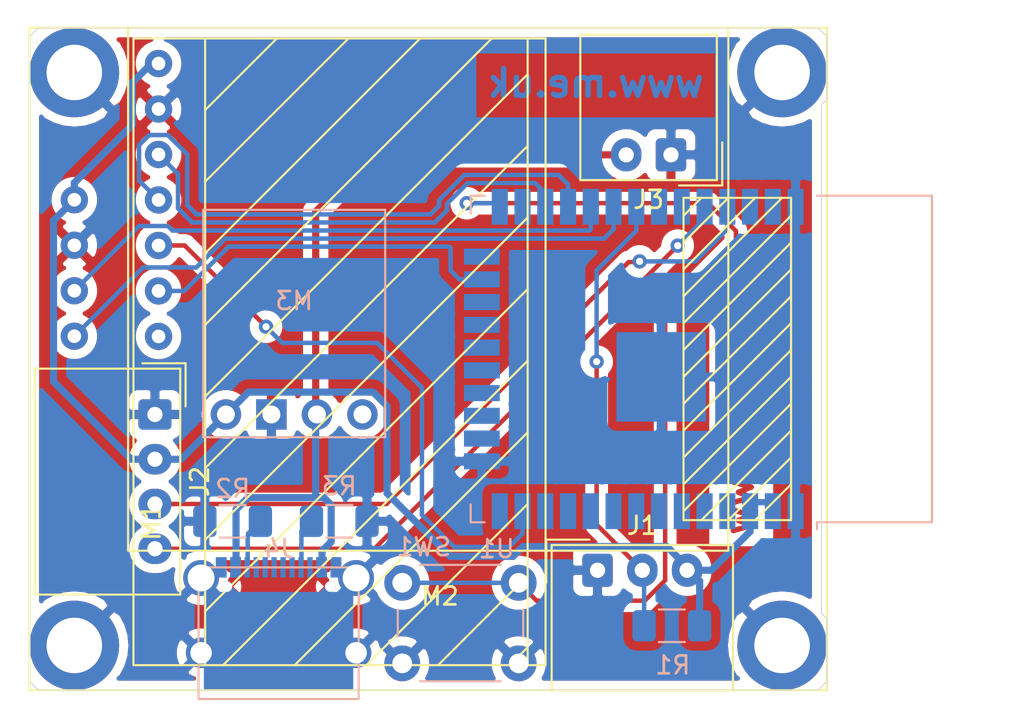
<source format=kicad_pcb>
(kicad_pcb (version 20171130) (host pcbnew "(5.1.9-0-10_14)")

  (general
    (thickness 1.6)
    (drawings 14)
    (tracks 154)
    (zones 0)
    (modules 12)
    (nets 47)
  )

  (page A4)
  (title_block
    (title EnvMon)
    (date 2021-03-06)
    (rev 1)
    (comment 1 @TheRealRevK)
    (comment 2 www.me.uk)
  )

  (layers
    (0 F.Cu signal)
    (31 B.Cu signal)
    (32 B.Adhes user)
    (33 F.Adhes user)
    (34 B.Paste user)
    (35 F.Paste user)
    (36 B.SilkS user)
    (37 F.SilkS user)
    (38 B.Mask user)
    (39 F.Mask user)
    (40 Dwgs.User user)
    (41 Cmts.User user)
    (42 Eco1.User user)
    (43 Eco2.User user)
    (44 Edge.Cuts user)
    (45 Margin user)
    (46 B.CrtYd user)
    (47 F.CrtYd user)
    (48 B.Fab user)
    (49 F.Fab user)
  )

  (setup
    (last_trace_width 0.25)
    (trace_clearance 0.2)
    (zone_clearance 0.508)
    (zone_45_only no)
    (trace_min 0.2)
    (via_size 0.8)
    (via_drill 0.4)
    (via_min_size 0.4)
    (via_min_drill 0.3)
    (uvia_size 0.3)
    (uvia_drill 0.1)
    (uvias_allowed no)
    (uvia_min_size 0.2)
    (uvia_min_drill 0.1)
    (edge_width 0.05)
    (segment_width 0.2)
    (pcb_text_width 0.3)
    (pcb_text_size 1.5 1.5)
    (mod_edge_width 0.12)
    (mod_text_size 1 1)
    (mod_text_width 0.15)
    (pad_size 1.524 1.524)
    (pad_drill 0.762)
    (pad_to_mask_clearance 0)
    (aux_axis_origin 0 0)
    (visible_elements FFFFFF7F)
    (pcbplotparams
      (layerselection 0x01000_ffffffff)
      (usegerberextensions false)
      (usegerberattributes true)
      (usegerberadvancedattributes true)
      (creategerberjobfile true)
      (excludeedgelayer true)
      (linewidth 0.100000)
      (plotframeref false)
      (viasonmask false)
      (mode 1)
      (useauxorigin false)
      (hpglpennumber 1)
      (hpglpenspeed 20)
      (hpglpendiameter 15.000000)
      (psnegative false)
      (psa4output false)
      (plotreference true)
      (plotvalue true)
      (plotinvisibletext false)
      (padsonsilk false)
      (subtractmaskfromsilk false)
      (outputformat 1)
      (mirror false)
      (drillshape 0)
      (scaleselection 1)
      (outputdirectory "./"))
  )

  (net 0 "")
  (net 1 GND)
  (net 2 /TEMP)
  (net 3 +3V3)
  (net 4 "Net-(SW1-Pad1)")
  (net 5 "Net-(U1-Pad37)")
  (net 6 "Net-(U1-Pad36)")
  (net 7 "Net-(U1-Pad33)")
  (net 8 "Net-(U1-Pad32)")
  (net 9 "Net-(U1-Pad26)")
  (net 10 "Net-(U1-Pad24)")
  (net 11 "Net-(U1-Pad22)")
  (net 12 "Net-(U1-Pad21)")
  (net 13 "Net-(U1-Pad20)")
  (net 14 "Net-(U1-Pad19)")
  (net 15 "Net-(U1-Pad18)")
  (net 16 "Net-(U1-Pad17)")
  (net 17 "Net-(U1-Pad16)")
  (net 18 "Net-(U1-Pad14)")
  (net 19 "Net-(U1-Pad12)")
  (net 20 "Net-(U1-Pad11)")
  (net 21 "Net-(U1-Pad10)")
  (net 22 "Net-(U1-Pad9)")
  (net 23 "Net-(U1-Pad8)")
  (net 24 "Net-(U1-Pad7)")
  (net 25 "Net-(U1-Pad6)")
  (net 26 "Net-(U1-Pad5)")
  (net 27 "Net-(U1-Pad4)")
  (net 28 "Net-(J2-Pad4)")
  (net 29 "Net-(J2-Pad3)")
  (net 30 "Net-(J4-PadA7)")
  (net 31 "Net-(J4-PadA6)")
  (net 32 "Net-(J4-PadB6)")
  (net 33 "Net-(J4-PadB7)")
  (net 34 "Net-(J4-PadA8)")
  (net 35 "Net-(J4-PadA5)")
  (net 36 "Net-(J4-PadB5)")
  (net 37 "Net-(J4-PadB8)")
  (net 38 "Net-(M1-Pad7)")
  (net 39 "Net-(M1-Pad6)")
  (net 40 "Net-(M1-Pad5)")
  (net 41 "Net-(M1-Pad4)")
  (net 42 "Net-(M1-Pad3)")
  (net 43 "Net-(M2-Pad5)")
  (net 44 "Net-(M2-Pad4)")
  (net 45 "Net-(M3-Pad1)")
  (net 46 /VBUS)

  (net_class Default "This is the default net class."
    (clearance 0.2)
    (trace_width 0.25)
    (via_dia 0.8)
    (via_drill 0.4)
    (uvia_dia 0.3)
    (uvia_drill 0.1)
    (add_net /TEMP)
    (add_net "Net-(J2-Pad3)")
    (add_net "Net-(J2-Pad4)")
    (add_net "Net-(J4-PadA5)")
    (add_net "Net-(J4-PadA6)")
    (add_net "Net-(J4-PadA7)")
    (add_net "Net-(J4-PadA8)")
    (add_net "Net-(J4-PadB5)")
    (add_net "Net-(J4-PadB6)")
    (add_net "Net-(J4-PadB7)")
    (add_net "Net-(J4-PadB8)")
    (add_net "Net-(M1-Pad3)")
    (add_net "Net-(M1-Pad4)")
    (add_net "Net-(M1-Pad5)")
    (add_net "Net-(M1-Pad6)")
    (add_net "Net-(M1-Pad7)")
    (add_net "Net-(M2-Pad4)")
    (add_net "Net-(M2-Pad5)")
    (add_net "Net-(M3-Pad1)")
    (add_net "Net-(SW1-Pad1)")
    (add_net "Net-(U1-Pad10)")
    (add_net "Net-(U1-Pad11)")
    (add_net "Net-(U1-Pad12)")
    (add_net "Net-(U1-Pad14)")
    (add_net "Net-(U1-Pad16)")
    (add_net "Net-(U1-Pad17)")
    (add_net "Net-(U1-Pad18)")
    (add_net "Net-(U1-Pad19)")
    (add_net "Net-(U1-Pad20)")
    (add_net "Net-(U1-Pad21)")
    (add_net "Net-(U1-Pad22)")
    (add_net "Net-(U1-Pad24)")
    (add_net "Net-(U1-Pad26)")
    (add_net "Net-(U1-Pad32)")
    (add_net "Net-(U1-Pad33)")
    (add_net "Net-(U1-Pad36)")
    (add_net "Net-(U1-Pad37)")
    (add_net "Net-(U1-Pad4)")
    (add_net "Net-(U1-Pad5)")
    (add_net "Net-(U1-Pad6)")
    (add_net "Net-(U1-Pad7)")
    (add_net "Net-(U1-Pad8)")
    (add_net "Net-(U1-Pad9)")
  )

  (net_class 12V ""
    (clearance 0.2)
    (trace_width 0.4)
    (via_dia 0.8)
    (via_drill 0.4)
    (uvia_dia 0.3)
    (uvia_drill 0.1)
    (add_net /VBUS)
  )

  (net_class Power ""
    (clearance 0.2)
    (trace_width 0.4)
    (via_dia 0.8)
    (via_drill 0.4)
    (uvia_dia 0.3)
    (uvia_drill 0.1)
    (add_net +3V3)
    (add_net GND)
  )

  (module RevK:USC16-TR-Round (layer B.Cu) (tedit 6045DACD) (tstamp 6042C37B)
    (at 133.8 115.4 180)
    (descr "USB Type C CMT R/A PCB  Mount Socket 16pin Power+Data")
    (tags USB-C)
    (path /6042EDB6)
    (attr smd)
    (fp_text reference J4 (at 0 7.9) (layer B.SilkS)
      (effects (font (size 1 1) (thickness 0.15)) (justify mirror))
    )
    (fp_text value USB-C (at 0 9.5) (layer B.Fab)
      (effects (font (size 1 1) (thickness 0.15)) (justify mirror))
    )
    (fp_line (start -5 0) (end 5 0) (layer Dwgs.User) (width 0.12))
    (fp_line (start -4.47 -0.49) (end 4.47 -0.49) (layer B.SilkS) (width 0.12))
    (fp_line (start 4.47 6.86) (end 4.47 -0.49) (layer B.SilkS) (width 0.12))
    (fp_line (start -4.47 6.86) (end 4.47 6.86) (layer B.SilkS) (width 0.12))
    (fp_line (start -4.47 -0.49) (end -4.47 6.86) (layer B.SilkS) (width 0.12))
    (fp_line (start -4.5 -0.5) (end -4.5 6.9) (layer B.CrtYd) (width 0.12))
    (fp_line (start -4.5 6.9) (end 4.5 6.9) (layer B.CrtYd) (width 0.12))
    (fp_line (start 4.5 6.9) (end 4.5 -0.5) (layer B.CrtYd) (width 0.12))
    (fp_line (start 4.5 -0.5) (end -4.5 -0.5) (layer B.CrtYd) (width 0.12))
    (pad S1 smd rect (at 0 2.745 180) (size 8.34 5.49) (layers B.Cu)
      (net 1 GND))
    (pad A12 smd rect (at 3.2 6.86 180) (size 0.6 1.14) (layers B.Cu B.Paste B.Mask)
      (net 1 GND))
    (pad A4 smd rect (at -2.4 6.86 180) (size 0.6 1.14) (layers B.Cu B.Paste B.Mask)
      (net 46 /VBUS))
    (pad B12 smd rect (at -3.2 6.86 180) (size 0.6 1.14) (layers B.Cu B.Paste B.Mask)
      (net 1 GND))
    (pad B4 smd rect (at 2.4 6.86 180) (size 0.6 1.14) (layers B.Cu B.Paste B.Mask)
      (net 46 /VBUS))
    (pad S1 thru_hole circle (at 4.325 2.09 180) (size 1.7 1.7) (drill 1.2) (layers *.Cu *.Mask)
      (net 1 GND))
    (pad S1 thru_hole circle (at -4.325 2.09 180) (size 1.7 1.7) (drill 1.2) (layers *.Cu *.Mask)
      (net 1 GND))
    (pad S1 thru_hole circle (at 4.325 6.27 180) (size 2 2) (drill 1.5) (layers *.Cu *.Mask)
      (net 1 GND))
    (pad S1 thru_hole circle (at -4.325 6.27 180) (size 2 2) (drill 1.5) (layers *.Cu *.Mask)
      (net 1 GND))
    (pad A7 smd rect (at 0.25 6.86 180) (size 0.3 1.14) (layers B.Cu B.Paste B.Mask)
      (net 30 "Net-(J4-PadA7)"))
    (pad A6 smd rect (at -0.25 6.86 180) (size 0.3 1.14) (layers B.Cu B.Paste B.Mask)
      (net 31 "Net-(J4-PadA6)"))
    (pad B6 smd rect (at 0.75 6.86 180) (size 0.3 1.14) (layers B.Cu B.Paste B.Mask)
      (net 32 "Net-(J4-PadB6)"))
    (pad B7 smd rect (at -0.75 6.86 180) (size 0.3 1.14) (layers B.Cu B.Paste B.Mask)
      (net 33 "Net-(J4-PadB7)"))
    (pad A8 smd rect (at 1.25 6.86 180) (size 0.3 1.14) (layers B.Cu B.Paste B.Mask)
      (net 34 "Net-(J4-PadA8)"))
    (pad A5 smd rect (at -1.25 6.86 180) (size 0.3 1.14) (layers B.Cu B.Paste B.Mask)
      (net 35 "Net-(J4-PadA5)"))
    (pad B5 smd rect (at 1.75 6.86 180) (size 0.3 1.14) (layers B.Cu B.Paste B.Mask)
      (net 36 "Net-(J4-PadB5)"))
    (pad B8 smd rect (at -1.75 6.86 180) (size 0.3 1.14) (layers B.Cu B.Paste B.Mask)
      (net 37 "Net-(J4-PadB8)"))
    (pad A9 smd rect (at 2.4 6.86 180) (size 0.6 1.14) (layers B.Cu B.Paste B.Mask)
      (net 46 /VBUS))
    (pad B9 smd rect (at -2.4 6.86 180) (size 0.6 1.14) (layers B.Cu B.Paste B.Mask)
      (net 46 /VBUS))
    (pad B1 smd rect (at 3.2 6.86 180) (size 0.6 1.14) (layers B.Cu B.Paste B.Mask)
      (net 1 GND))
    (pad S1 thru_hole circle (at 2.89 5.79 180) (size 0.6 0.6) (drill 0.6) (layers *.Cu *.Mask)
      (net 1 GND))
    (pad S1 thru_hole circle (at -2.89 5.79 180) (size 0.6 0.6) (drill 0.6) (layers *.Cu *.Mask)
      (net 1 GND))
    (pad A1 smd rect (at -3.2 6.86 180) (size 0.6 1.14) (layers B.Cu B.Paste B.Mask)
      (net 1 GND))
    (model /Users/adrian/Documents/KiCad/STEP/CSP-USC16-TR.step
      (offset (xyz 0 3.35 0))
      (scale (xyz 1 1 1))
      (rotate (xyz -90 0 0))
    )
  )

  (module RevK:SCD30 (layer F.Cu) (tedit 6042256A) (tstamp 6042A870)
    (at 125.7 114)
    (descr "CO2, humidity, and temperature sensor\rCO2, humidity, and temperature sensor\r")
    (path /60410F81)
    (fp_text reference M1 (at 1 -8 90) (layer F.SilkS)
      (effects (font (size 1 1) (thickness 0.15)))
    )
    (fp_text value SCD30 (at 1 -3 90) (layer F.Fab)
      (effects (font (size 1 1) (thickness 0.15)))
    )
    (fp_line (start 0 0) (end 0 -35) (layer F.SilkS) (width 0.12))
    (fp_line (start 0 -35) (end 23 -35) (layer F.SilkS) (width 0.12))
    (fp_line (start 23 -35) (end 23 0) (layer F.SilkS) (width 0.12))
    (fp_line (start 23 0) (end 0 0) (layer F.SilkS) (width 0.12))
    (fp_line (start 4 -35) (end 4 0) (layer F.SilkS) (width 0.12))
    (fp_line (start 22 -35) (end 22 0) (layer F.SilkS) (width 0.12))
    (fp_line (start 8 -35) (end 4 -31) (layer F.SilkS) (width 0.12))
    (fp_line (start 12 -35) (end 4 -27) (layer F.SilkS) (width 0.12))
    (fp_line (start 16 -35) (end 4 -23) (layer F.SilkS) (width 0.12))
    (fp_line (start 20 -35) (end 4 -19) (layer F.SilkS) (width 0.12))
    (fp_line (start 22 -33) (end 4 -15) (layer F.SilkS) (width 0.12))
    (fp_line (start 22 -29) (end 4 -11) (layer F.SilkS) (width 0.12))
    (fp_line (start 22 -25) (end 4 -7) (layer F.SilkS) (width 0.12))
    (fp_line (start 22 -21) (end 4 -3) (layer F.SilkS) (width 0.12))
    (fp_line (start 22 -17) (end 5 0) (layer F.SilkS) (width 0.12))
    (fp_line (start 22 -13) (end 9 0) (layer F.SilkS) (width 0.12))
    (fp_line (start 22 -9) (end 13 0) (layer F.SilkS) (width 0.12))
    (fp_line (start 22 -5) (end 17 0) (layer F.SilkS) (width 0.12))
    (fp_line (start 22 -1) (end 21 0) (layer F.SilkS) (width 0.12))
    (fp_line (start 4 -35) (end 22.5 -35) (layer F.CrtYd) (width 0.12))
    (fp_line (start 22.5 -35) (end 22.5 0) (layer F.CrtYd) (width 0.12))
    (fp_line (start 22.5 0) (end 4 0) (layer F.CrtYd) (width 0.12))
    (fp_line (start 4 0) (end 4 -35) (layer F.CrtYd) (width 0.12))
    (fp_line (start 0 -35) (end 3 -35) (layer F.CrtYd) (width 0.12))
    (fp_line (start 3 -35) (end 3 -17) (layer F.CrtYd) (width 0.12))
    (fp_line (start 3 -17) (end 0 -17) (layer F.CrtYd) (width 0.12))
    (fp_line (start 0 -17) (end 0 -35) (layer F.CrtYd) (width 0.12))
    (pad 7 thru_hole circle (at 1.4 -18.36) (size 1.524 1.524) (drill 0.762) (layers *.Cu *.Mask)
      (net 38 "Net-(M1-Pad7)"))
    (pad 6 thru_hole circle (at 1.4 -20.9) (size 1.524 1.524) (drill 0.762) (layers *.Cu *.Mask)
      (net 39 "Net-(M1-Pad6)"))
    (pad 5 thru_hole circle (at 1.4 -23.44) (size 1.524 1.524) (drill 0.762) (layers *.Cu *.Mask)
      (net 40 "Net-(M1-Pad5)"))
    (pad 4 thru_hole circle (at 1.4 -25.98) (size 1.524 1.524) (drill 0.762) (layers *.Cu *.Mask)
      (net 41 "Net-(M1-Pad4)"))
    (pad 3 thru_hole circle (at 1.4 -28.52) (size 1.524 1.524) (drill 0.762) (layers *.Cu *.Mask)
      (net 42 "Net-(M1-Pad3)"))
    (pad 2 thru_hole circle (at 1.4 -31.06) (size 1.524 1.524) (drill 0.762) (layers *.Cu *.Mask)
      (net 1 GND))
    (pad 1 thru_hole circle (at 1.4 -33.6) (size 1.524 1.524) (drill 0.762) (layers *.Cu *.Mask)
      (net 3 +3V3))
    (model /Users/adrian/Documents/KiCad/STEP/SCD30.step
      (offset (xyz 11.5 17.5 5.5))
      (scale (xyz 1 1 1))
      (rotate (xyz 90 0 90))
    )
    (model ${KISYS3DMOD}/Connector_PinHeader_2.54mm.3dshapes/PinHeader_1x07_P2.54mm_Vertical.wrl
      (offset (xyz 1.4 33.6 0))
      (scale (xyz 1 1 1))
      (rotate (xyz 0 0 0))
    )
  )

  (module RevK:OLED1.5-I2C (layer F.Cu) (tedit 604221DD) (tstamp 60429243)
    (at 164.4 78.4 180)
    (path /60444D7D)
    (fp_text reference M2 (at 21.59 -31.75) (layer F.SilkS)
      (effects (font (size 1 1) (thickness 0.15)))
    )
    (fp_text value OLED1.5-I2C (at 21.59 -34.29) (layer F.Fab)
      (effects (font (size 1 1) (thickness 0.15)))
    )
    (fp_line (start 0 0) (end 44.5 0) (layer F.SilkS) (width 0.12))
    (fp_line (start 44.5 0) (end 44.5 -37) (layer F.SilkS) (width 0.12))
    (fp_line (start 44.5 -37) (end 0 -37) (layer F.SilkS) (width 0.12))
    (fp_line (start 0 -37) (end 0 0) (layer F.SilkS) (width 0.12))
    (fp_line (start 5.5 0) (end 5.5 -29.21) (layer F.SilkS) (width 0.12))
    (fp_line (start 5.5 -29.21) (end 39 -29.21) (layer F.SilkS) (width 0.12))
    (fp_line (start 39 -29.21) (end 39 0) (layer F.SilkS) (width 0.12))
    (fp_line (start 2 -27.5) (end 8 -27.5) (layer F.SilkS) (width 0.12))
    (fp_line (start 8 -27.5) (end 8 -9.5) (layer F.SilkS) (width 0.12))
    (fp_line (start 8 -9.5) (end 2 -9.5) (layer F.SilkS) (width 0.12))
    (fp_line (start 2 -9.5) (end 2 -27.5) (layer F.SilkS) (width 0.12))
    (fp_line (start 4 -27.5) (end 2 -25.5) (layer F.SilkS) (width 0.12))
    (fp_line (start 5.5 -27.5) (end 2 -24) (layer F.SilkS) (width 0.12))
    (fp_line (start 7 -27.5) (end 2 -22.5) (layer F.SilkS) (width 0.12))
    (fp_line (start 8 -27) (end 2 -21) (layer F.SilkS) (width 0.12))
    (fp_line (start 8 -25.5) (end 2 -19.5) (layer F.SilkS) (width 0.12))
    (fp_line (start 8 -24) (end 2 -18) (layer F.SilkS) (width 0.12))
    (fp_line (start 8 -22.5) (end 2 -16.5) (layer F.SilkS) (width 0.12))
    (fp_line (start 8 -21) (end 2 -15) (layer F.SilkS) (width 0.12))
    (fp_line (start 8 -19.5) (end 2 -13.5) (layer F.SilkS) (width 0.12))
    (fp_line (start 8 -18) (end 2 -12) (layer F.SilkS) (width 0.12))
    (fp_line (start 8 -16.5) (end 2 -10.5) (layer F.SilkS) (width 0.12))
    (fp_line (start 8 -15) (end 2.5 -9.5) (layer F.SilkS) (width 0.12))
    (fp_line (start 8 -13.5) (end 4 -9.5) (layer F.SilkS) (width 0.12))
    (fp_line (start 8 -12) (end 5.5 -9.5) (layer F.SilkS) (width 0.12))
    (fp_line (start 8 -10.5) (end 7 -9.5) (layer F.SilkS) (width 0.12))
    (fp_line (start 2 -27.5) (end 8 -27.5) (layer F.CrtYd) (width 0.12))
    (fp_line (start 8 -27.5) (end 8 -9.5) (layer F.CrtYd) (width 0.12))
    (fp_line (start 8 -9.5) (end 2 -9.5) (layer F.CrtYd) (width 0.12))
    (fp_line (start 2 -9.5) (end 2 -27.5) (layer F.CrtYd) (width 0.12))
    (fp_line (start 41 -8.5) (end 43 -8.5) (layer F.CrtYd) (width 0.12))
    (fp_line (start 43 -8.5) (end 43 -18.5) (layer F.CrtYd) (width 0.12))
    (fp_line (start 43 -18.5) (end 41 -18.5) (layer F.CrtYd) (width 0.12))
    (fp_line (start 41 -18.5) (end 41 -8.5) (layer F.CrtYd) (width 0.12))
    (pad S thru_hole circle (at 42 -2.5 180) (size 5 5) (drill 3.1) (layers *.Cu *.Mask)
      (net 1 GND))
    (pad S thru_hole circle (at 42 -34.5 180) (size 5 5) (drill 3.1) (layers *.Cu *.Mask)
      (net 1 GND))
    (pad S thru_hole circle (at 2.5 -34.5 180) (size 5 5) (drill 3.1) (layers *.Cu *.Mask)
      (net 1 GND))
    (pad S thru_hole circle (at 2.5 -2.5 180) (size 5 5) (drill 3.1) (layers *.Cu *.Mask)
      (net 1 GND))
    (pad 5 thru_hole circle (at 42 -17.23 180) (size 1.524 1.524) (drill 0.762) (layers *.Cu *.Mask)
      (net 43 "Net-(M2-Pad5)"))
    (pad 4 thru_hole circle (at 42 -14.69 180) (size 1.524 1.524) (drill 0.762) (layers *.Cu *.Mask)
      (net 44 "Net-(M2-Pad4)"))
    (pad 2 thru_hole circle (at 42 -12.15 180) (size 1.524 1.524) (drill 0.762) (layers *.Cu *.Mask)
      (net 1 GND))
    (pad 1 thru_hole circle (at 42 -9.61 180) (size 1.524 1.524) (drill 0.762) (layers *.Cu *.Mask)
      (net 3 +3V3))
    (model ${KISYS3DMOD}/Connector_PinHeader_2.54mm.3dshapes/PinHeader_1x04_P2.54mm_Vertical.wrl
      (offset (xyz 42 17.25 0))
      (scale (xyz 1 1 1))
      (rotate (xyz 0 0 0))
    )
  )

  (module RevK:D24V5F3 (layer B.Cu) (tedit 6045DCAB) (tstamp 604281FA)
    (at 134.67 101.27 180)
    (path /6042C825)
    (fp_text reference M3 (at 0 7.62) (layer B.SilkS)
      (effects (font (size 1 1) (thickness 0.15)) (justify mirror))
    )
    (fp_text value D24V5F3 (at 0 10.16) (layer B.Fab)
      (effects (font (size 1 1) (thickness 0.15)) (justify mirror))
    )
    (fp_line (start 5.08 0) (end -5.08 0) (layer B.CrtYd) (width 0.12))
    (fp_line (start 5.08 12.7) (end 5.08 0) (layer B.CrtYd) (width 0.12))
    (fp_line (start -5.08 12.7) (end 5.08 12.7) (layer B.CrtYd) (width 0.12))
    (fp_line (start -5.08 0) (end -5.08 12.7) (layer B.CrtYd) (width 0.12))
    (fp_line (start -5.08 0) (end -5.08 12.7) (layer B.SilkS) (width 0.12))
    (fp_line (start -5.08 12.7) (end 5.08 12.7) (layer B.SilkS) (width 0.12))
    (fp_line (start 5.08 12.7) (end 5.08 0) (layer B.SilkS) (width 0.12))
    (fp_line (start 5.08 0) (end -5.08 0) (layer B.SilkS) (width 0.12))
    (pad 4 thru_hole circle (at 3.81 1.27 180) (size 1.7 1.7) (drill 1) (layers *.Cu *.Mask)
      (net 3 +3V3))
    (pad 3 thru_hole rect (at 1.27 1.27 180) (size 1.7 1.7) (drill 1) (layers *.Cu *.Mask)
      (net 1 GND))
    (pad 2 thru_hole circle (at -1.27 1.27 180) (size 1.7 1.7) (drill 1) (layers *.Cu *.Mask)
      (net 46 /VBUS))
    (pad 1 thru_hole circle (at -3.81 1.27 180) (size 1.7 1.7) (drill 1) (layers *.Cu *.Mask)
      (net 45 "Net-(M3-Pad1)"))
    (model /Users/adrian/Documents/KiCad/STEP/d24v5fx-step-down-voltage-regulator.step
      (offset (xyz -5.08 0 0))
      (scale (xyz 1 1 1))
      (rotate (xyz 0 0 0))
    )
  )

  (module Connector_Molex:Molex_SPOX_5268-03A_1x03_P2.50mm_Horizontal (layer F.Cu) (tedit 60421CA6) (tstamp 6042AE07)
    (at 151.6 108.7)
    (descr "Molex SPOX Connector System, 5268-03A, 3 Pins per row (https://www.molex.com/pdm_docs/sd/022057045_sd.pdf), generated with kicad-footprint-generator")
    (tags "connector Molex SPOX horizontal")
    (path /60437DCC)
    (fp_text reference J1 (at 2.5 -2.5) (layer F.SilkS)
      (effects (font (size 1 1) (thickness 0.15)))
    )
    (fp_text value DS18B20 (at 2.5 7.8) (layer F.Fab)
      (effects (font (size 1 1) (thickness 0.15)))
    )
    (fp_line (start -2.45 -1.3) (end -2.45 6.6) (layer F.Fab) (width 0.1))
    (fp_line (start -2.45 6.6) (end 7.45 6.6) (layer F.Fab) (width 0.1))
    (fp_line (start 7.45 6.6) (end 7.45 -1.3) (layer F.Fab) (width 0.1))
    (fp_line (start 7.45 -1.3) (end -2.45 -1.3) (layer F.Fab) (width 0.1))
    (fp_line (start -2.56 -1.41) (end -2.56 6.71) (layer F.SilkS) (width 0.12))
    (fp_line (start -2.56 6.71) (end 7.56 6.71) (layer F.SilkS) (width 0.12))
    (fp_line (start 7.56 6.71) (end 7.56 -1.41) (layer F.SilkS) (width 0.12))
    (fp_line (start 7.56 -1.41) (end -2.56 -1.41) (layer F.SilkS) (width 0.12))
    (fp_line (start -2.86 0.7) (end -2.86 -1.71) (layer F.SilkS) (width 0.12))
    (fp_line (start -2.86 -1.71) (end -0.45 -1.71) (layer F.SilkS) (width 0.12))
    (fp_line (start -2.45 0.5) (end -1.742893 0) (layer F.Fab) (width 0.1))
    (fp_line (start -1.742893 0) (end -2.45 -0.5) (layer F.Fab) (width 0.1))
    (fp_line (start -2.95 -1.8) (end -2.95 7.1) (layer F.CrtYd) (width 0.05))
    (fp_line (start -2.95 7.1) (end 7.95 7.1) (layer F.CrtYd) (width 0.05))
    (fp_line (start 7.95 7.1) (end 7.95 -1.8) (layer F.CrtYd) (width 0.05))
    (fp_line (start 7.95 -1.8) (end -2.95 -1.8) (layer F.CrtYd) (width 0.05))
    (fp_text user %R (at 2.5 5.9) (layer F.Fab)
      (effects (font (size 1 1) (thickness 0.15)))
    )
    (pad 3 thru_hole oval (at 5 0) (size 1.7 1.85) (drill 0.85) (layers *.Cu *.Mask)
      (net 3 +3V3))
    (pad 2 thru_hole oval (at 2.5 0) (size 1.7 1.85) (drill 0.85) (layers *.Cu *.Mask)
      (net 2 /TEMP))
    (pad 1 thru_hole roundrect (at 0 0) (size 1.7 1.85) (drill 0.85) (layers *.Cu *.Mask) (roundrect_rratio 0.147059)
      (net 1 GND))
    (model /Users/adrian/Documents/KiCad/STEP/22057035.stp
      (offset (xyz 2.5 -3.66 2.5))
      (scale (xyz 1 1 1))
      (rotate (xyz 0 0 180))
    )
  )

  (module Connector_Molex:Molex_SPOX_5268-02A_1x02_P2.50mm_Horizontal (layer F.Cu) (tedit 60421C3A) (tstamp 6042A790)
    (at 155.7 85.5 180)
    (descr "Molex SPOX Connector System, 5268-02A, 2 Pins per row (https://www.molex.com/pdm_docs/sd/022057045_sd.pdf), generated with kicad-footprint-generator")
    (tags "connector Molex SPOX horizontal")
    (path /604E837E)
    (fp_text reference J3 (at 1.25 -2.5) (layer F.SilkS)
      (effects (font (size 1 1) (thickness 0.15)))
    )
    (fp_text value 12V (at 1.25 7.8) (layer F.Fab)
      (effects (font (size 1 1) (thickness 0.15)))
    )
    (fp_line (start -2.45 -1.3) (end -2.45 6.6) (layer F.Fab) (width 0.1))
    (fp_line (start -2.45 6.6) (end 4.95 6.6) (layer F.Fab) (width 0.1))
    (fp_line (start 4.95 6.6) (end 4.95 -1.3) (layer F.Fab) (width 0.1))
    (fp_line (start 4.95 -1.3) (end -2.45 -1.3) (layer F.Fab) (width 0.1))
    (fp_line (start -2.56 -1.41) (end -2.56 6.71) (layer F.SilkS) (width 0.12))
    (fp_line (start -2.56 6.71) (end 5.06 6.71) (layer F.SilkS) (width 0.12))
    (fp_line (start 5.06 6.71) (end 5.06 -1.41) (layer F.SilkS) (width 0.12))
    (fp_line (start 5.06 -1.41) (end -2.56 -1.41) (layer F.SilkS) (width 0.12))
    (fp_line (start -2.86 0.7) (end -2.86 -1.71) (layer F.SilkS) (width 0.12))
    (fp_line (start -2.86 -1.71) (end -0.45 -1.71) (layer F.SilkS) (width 0.12))
    (fp_line (start -2.45 0.5) (end -1.742893 0) (layer F.Fab) (width 0.1))
    (fp_line (start -1.742893 0) (end -2.45 -0.5) (layer F.Fab) (width 0.1))
    (fp_line (start -2.95 -1.8) (end -2.95 7.1) (layer F.CrtYd) (width 0.05))
    (fp_line (start -2.95 7.1) (end 5.45 7.1) (layer F.CrtYd) (width 0.05))
    (fp_line (start 5.45 7.1) (end 5.45 -1.8) (layer F.CrtYd) (width 0.05))
    (fp_line (start 5.45 -1.8) (end -2.95 -1.8) (layer F.CrtYd) (width 0.05))
    (fp_text user %R (at 1.25 5.9) (layer F.Fab)
      (effects (font (size 1 1) (thickness 0.15)))
    )
    (pad 2 thru_hole oval (at 2.5 0 180) (size 1.7 1.85) (drill 0.85) (layers *.Cu *.Mask)
      (net 46 /VBUS))
    (pad 1 thru_hole roundrect (at 0 0 180) (size 1.7 1.85) (drill 0.85) (layers *.Cu *.Mask) (roundrect_rratio 0.147059)
      (net 1 GND))
    (model /Users/adrian/Documents/KiCad/STEP/22057025.stp
      (offset (xyz 1.25 -3.66 2.5))
      (scale (xyz 1 1 1))
      (rotate (xyz 0 0 180))
    )
  )

  (module Connector_Molex:Molex_SPOX_5268-04A_1x04_P2.50mm_Horizontal (layer F.Cu) (tedit 60421C79) (tstamp 604298BE)
    (at 126.9 100 270)
    (descr "Molex SPOX Connector System, 5268-04A, 4 Pins per row (https://www.molex.com/pdm_docs/sd/022057045_sd.pdf), generated with kicad-footprint-generator")
    (tags "connector Molex SPOX horizontal")
    (path /6043AD11)
    (fp_text reference J2 (at 3.75 -2.5 90) (layer F.SilkS)
      (effects (font (size 1 1) (thickness 0.15)))
    )
    (fp_text value Prog (at 3.75 7.8 90) (layer F.Fab)
      (effects (font (size 1 1) (thickness 0.15)))
    )
    (fp_line (start -2.45 -1.3) (end -2.45 6.6) (layer F.Fab) (width 0.1))
    (fp_line (start -2.45 6.6) (end 9.95 6.6) (layer F.Fab) (width 0.1))
    (fp_line (start 9.95 6.6) (end 9.95 -1.3) (layer F.Fab) (width 0.1))
    (fp_line (start 9.95 -1.3) (end -2.45 -1.3) (layer F.Fab) (width 0.1))
    (fp_line (start -2.56 -1.41) (end -2.56 6.71) (layer F.SilkS) (width 0.12))
    (fp_line (start -2.56 6.71) (end 10.06 6.71) (layer F.SilkS) (width 0.12))
    (fp_line (start 10.06 6.71) (end 10.06 -1.41) (layer F.SilkS) (width 0.12))
    (fp_line (start 10.06 -1.41) (end -2.56 -1.41) (layer F.SilkS) (width 0.12))
    (fp_line (start -2.86 0.7) (end -2.86 -1.71) (layer F.SilkS) (width 0.12))
    (fp_line (start -2.86 -1.71) (end -0.45 -1.71) (layer F.SilkS) (width 0.12))
    (fp_line (start -2.45 0.5) (end -1.742893 0) (layer F.Fab) (width 0.1))
    (fp_line (start -1.742893 0) (end -2.45 -0.5) (layer F.Fab) (width 0.1))
    (fp_line (start -2.95 -1.8) (end -2.95 7.1) (layer F.CrtYd) (width 0.05))
    (fp_line (start -2.95 7.1) (end 10.45 7.1) (layer F.CrtYd) (width 0.05))
    (fp_line (start 10.45 7.1) (end 10.45 -1.8) (layer F.CrtYd) (width 0.05))
    (fp_line (start 10.45 -1.8) (end -2.95 -1.8) (layer F.CrtYd) (width 0.05))
    (fp_text user %R (at 3.75 5.9 90) (layer F.Fab)
      (effects (font (size 1 1) (thickness 0.15)))
    )
    (pad 4 thru_hole oval (at 7.5 0 270) (size 1.7 1.85) (drill 0.85) (layers *.Cu *.Mask)
      (net 28 "Net-(J2-Pad4)"))
    (pad 3 thru_hole oval (at 5 0 270) (size 1.7 1.85) (drill 0.85) (layers *.Cu *.Mask)
      (net 29 "Net-(J2-Pad3)"))
    (pad 2 thru_hole oval (at 2.5 0 270) (size 1.7 1.85) (drill 0.85) (layers *.Cu *.Mask)
      (net 3 +3V3))
    (pad 1 thru_hole roundrect (at 0 0 270) (size 1.7 1.85) (drill 0.85) (layers *.Cu *.Mask) (roundrect_rratio 0.147059)
      (net 1 GND))
    (model /Users/adrian/Documents/KiCad/STEP/22057045.stp
      (offset (xyz 3.75 -3.66 2.5))
      (scale (xyz 1 1 1))
      (rotate (xyz 0 0 180))
    )
  )

  (module Button_Switch_THT:SW_PUSH_6mm_H4.3mm (layer B.Cu) (tedit 5A02FE31) (tstamp 60412E62)
    (at 147.2 109.4 180)
    (descr "tactile push button, 6x6mm e.g. PHAP33xx series, height=4.3mm")
    (tags "tact sw push 6mm")
    (path /6041A9AC)
    (fp_text reference SW1 (at 5.3 2) (layer B.SilkS)
      (effects (font (size 1 1) (thickness 0.15)) (justify mirror))
    )
    (fp_text value GPIO0 (at 3.75 -6.7) (layer B.Fab)
      (effects (font (size 1 1) (thickness 0.15)) (justify mirror))
    )
    (fp_circle (center 3.25 -2.25) (end 1.25 -2.5) (layer B.Fab) (width 0.1))
    (fp_line (start 6.75 -3) (end 6.75 -1.5) (layer B.SilkS) (width 0.12))
    (fp_line (start 5.5 1) (end 1 1) (layer B.SilkS) (width 0.12))
    (fp_line (start -0.25 -1.5) (end -0.25 -3) (layer B.SilkS) (width 0.12))
    (fp_line (start 1 -5.5) (end 5.5 -5.5) (layer B.SilkS) (width 0.12))
    (fp_line (start 8 1.25) (end 8 -5.75) (layer B.CrtYd) (width 0.05))
    (fp_line (start 7.75 -6) (end -1.25 -6) (layer B.CrtYd) (width 0.05))
    (fp_line (start -1.5 -5.75) (end -1.5 1.25) (layer B.CrtYd) (width 0.05))
    (fp_line (start -1.25 1.5) (end 7.75 1.5) (layer B.CrtYd) (width 0.05))
    (fp_line (start -1.5 -6) (end -1.25 -6) (layer B.CrtYd) (width 0.05))
    (fp_line (start -1.5 -5.75) (end -1.5 -6) (layer B.CrtYd) (width 0.05))
    (fp_line (start -1.5 1.5) (end -1.25 1.5) (layer B.CrtYd) (width 0.05))
    (fp_line (start -1.5 1.25) (end -1.5 1.5) (layer B.CrtYd) (width 0.05))
    (fp_line (start 8 1.5) (end 8 1.25) (layer B.CrtYd) (width 0.05))
    (fp_line (start 7.75 1.5) (end 8 1.5) (layer B.CrtYd) (width 0.05))
    (fp_line (start 8 -6) (end 8 -5.75) (layer B.CrtYd) (width 0.05))
    (fp_line (start 7.75 -6) (end 8 -6) (layer B.CrtYd) (width 0.05))
    (fp_line (start 0.25 0.75) (end 3.25 0.75) (layer B.Fab) (width 0.1))
    (fp_line (start 0.25 -5.25) (end 0.25 0.75) (layer B.Fab) (width 0.1))
    (fp_line (start 6.25 -5.25) (end 0.25 -5.25) (layer B.Fab) (width 0.1))
    (fp_line (start 6.25 0.75) (end 6.25 -5.25) (layer B.Fab) (width 0.1))
    (fp_line (start 3.25 0.75) (end 6.25 0.75) (layer B.Fab) (width 0.1))
    (fp_text user %R (at 3.25 -2.25) (layer B.Fab)
      (effects (font (size 1 1) (thickness 0.15)) (justify mirror))
    )
    (pad 1 thru_hole circle (at 6.5 0 90) (size 2 2) (drill 1.1) (layers *.Cu *.Mask)
      (net 4 "Net-(SW1-Pad1)"))
    (pad 2 thru_hole circle (at 6.5 -4.5 90) (size 2 2) (drill 1.1) (layers *.Cu *.Mask)
      (net 1 GND))
    (pad 1 thru_hole circle (at 0 0 90) (size 2 2) (drill 1.1) (layers *.Cu *.Mask)
      (net 4 "Net-(SW1-Pad1)"))
    (pad 2 thru_hole circle (at 0 -4.5 90) (size 2 2) (drill 1.1) (layers *.Cu *.Mask)
      (net 1 GND))
    (model ${KISYS3DMOD}/Button_Switch_THT.3dshapes/SW_PUSH_6mm_H4.3mm.wrl
      (at (xyz 0 0 0))
      (scale (xyz 1 1 1))
      (rotate (xyz 0 0 0))
    )
  )

  (module RF_Module:ESP32-WROOM-32 (layer B.Cu) (tedit 5B5B4654) (tstamp 60412EDD)
    (at 154.4 96.9 90)
    (descr "Single 2.4 GHz Wi-Fi and Bluetooth combo chip https://www.espressif.com/sites/default/files/documentation/esp32-wroom-32_datasheet_en.pdf")
    (tags "Single 2.4 GHz Wi-Fi and Bluetooth combo  chip")
    (path /6040A9D3)
    (attr smd)
    (fp_text reference U1 (at -10.61 -8.43) (layer B.SilkS)
      (effects (font (size 1 1) (thickness 0.15)) (justify mirror))
    )
    (fp_text value ESP32-WROOM-32 (at 0 -11.5 -90) (layer B.Fab)
      (effects (font (size 1 1) (thickness 0.15)) (justify mirror))
    )
    (fp_line (start -9.12 9.445) (end -9.5 9.445) (layer B.SilkS) (width 0.12))
    (fp_line (start -9.12 15.865) (end -9.12 9.445) (layer B.SilkS) (width 0.12))
    (fp_line (start 9.12 15.865) (end 9.12 9.445) (layer B.SilkS) (width 0.12))
    (fp_line (start -9.12 15.865) (end 9.12 15.865) (layer B.SilkS) (width 0.12))
    (fp_line (start 9.12 -9.88) (end 8.12 -9.88) (layer B.SilkS) (width 0.12))
    (fp_line (start 9.12 -9.1) (end 9.12 -9.88) (layer B.SilkS) (width 0.12))
    (fp_line (start -9.12 -9.88) (end -8.12 -9.88) (layer B.SilkS) (width 0.12))
    (fp_line (start -9.12 -9.1) (end -9.12 -9.88) (layer B.SilkS) (width 0.12))
    (fp_line (start 8.4 20.6) (end 8.2 20.4) (layer Cmts.User) (width 0.1))
    (fp_line (start 8.4 16) (end 8.4 20.6) (layer Cmts.User) (width 0.1))
    (fp_line (start 8.4 20.6) (end 8.6 20.4) (layer Cmts.User) (width 0.1))
    (fp_line (start 8.4 16) (end 8.6 16.2) (layer Cmts.User) (width 0.1))
    (fp_line (start 8.4 16) (end 8.2 16.2) (layer Cmts.User) (width 0.1))
    (fp_line (start -9.2 13.875) (end -9.4 14.075) (layer Cmts.User) (width 0.1))
    (fp_line (start -13.8 13.875) (end -9.2 13.875) (layer Cmts.User) (width 0.1))
    (fp_line (start -9.2 13.875) (end -9.4 13.675) (layer Cmts.User) (width 0.1))
    (fp_line (start -13.8 13.875) (end -13.6 13.675) (layer Cmts.User) (width 0.1))
    (fp_line (start -13.8 13.875) (end -13.6 14.075) (layer Cmts.User) (width 0.1))
    (fp_line (start 9.2 13.875) (end 9.4 13.675) (layer Cmts.User) (width 0.1))
    (fp_line (start 9.2 13.875) (end 9.4 14.075) (layer Cmts.User) (width 0.1))
    (fp_line (start 13.8 13.875) (end 13.6 13.675) (layer Cmts.User) (width 0.1))
    (fp_line (start 13.8 13.875) (end 13.6 14.075) (layer Cmts.User) (width 0.1))
    (fp_line (start 9.2 13.875) (end 13.8 13.875) (layer Cmts.User) (width 0.1))
    (fp_line (start 14 11.585) (end 12 9.97) (layer Dwgs.User) (width 0.1))
    (fp_line (start 14 13.2) (end 10 9.97) (layer Dwgs.User) (width 0.1))
    (fp_line (start 14 14.815) (end 8 9.97) (layer Dwgs.User) (width 0.1))
    (fp_line (start 14 16.43) (end 6 9.97) (layer Dwgs.User) (width 0.1))
    (fp_line (start 14 18.045) (end 4 9.97) (layer Dwgs.User) (width 0.1))
    (fp_line (start 14 19.66) (end 2 9.97) (layer Dwgs.User) (width 0.1))
    (fp_line (start 13.475 20.75) (end 0 9.97) (layer Dwgs.User) (width 0.1))
    (fp_line (start 11.475 20.75) (end -2 9.97) (layer Dwgs.User) (width 0.1))
    (fp_line (start 9.475 20.75) (end -4 9.97) (layer Dwgs.User) (width 0.1))
    (fp_line (start 7.475 20.75) (end -6 9.97) (layer Dwgs.User) (width 0.1))
    (fp_line (start -8 9.97) (end 5.475 20.75) (layer Dwgs.User) (width 0.1))
    (fp_line (start 3.475 20.75) (end -10 9.97) (layer Dwgs.User) (width 0.1))
    (fp_line (start 1.475 20.75) (end -12 9.97) (layer Dwgs.User) (width 0.1))
    (fp_line (start -0.525 20.75) (end -14 9.97) (layer Dwgs.User) (width 0.1))
    (fp_line (start -2.525 20.75) (end -14 11.585) (layer Dwgs.User) (width 0.1))
    (fp_line (start -4.525 20.75) (end -14 13.2) (layer Dwgs.User) (width 0.1))
    (fp_line (start -6.525 20.75) (end -14 14.815) (layer Dwgs.User) (width 0.1))
    (fp_line (start -8.525 20.75) (end -14 16.43) (layer Dwgs.User) (width 0.1))
    (fp_line (start -10.525 20.75) (end -14 18.045) (layer Dwgs.User) (width 0.1))
    (fp_line (start -12.525 20.75) (end -14 19.66) (layer Dwgs.User) (width 0.1))
    (fp_line (start 9.75 9.72) (end 14.25 9.72) (layer B.CrtYd) (width 0.05))
    (fp_line (start -14.25 9.72) (end -9.75 9.72) (layer B.CrtYd) (width 0.05))
    (fp_line (start 14.25 21) (end 14.25 9.72) (layer B.CrtYd) (width 0.05))
    (fp_line (start -14.25 21) (end -14.25 9.72) (layer B.CrtYd) (width 0.05))
    (fp_line (start 14 20.75) (end -14 20.75) (layer Dwgs.User) (width 0.1))
    (fp_line (start 14 9.97) (end 14 20.75) (layer Dwgs.User) (width 0.1))
    (fp_line (start 14 9.97) (end -14 9.97) (layer Dwgs.User) (width 0.1))
    (fp_line (start -9 9.02) (end -8.5 9.52) (layer B.Fab) (width 0.1))
    (fp_line (start -8.5 9.52) (end -9 10.02) (layer B.Fab) (width 0.1))
    (fp_line (start -9 9.02) (end -9 -9.76) (layer B.Fab) (width 0.1))
    (fp_line (start -14.25 21) (end 14.25 21) (layer B.CrtYd) (width 0.05))
    (fp_line (start 9.75 9.72) (end 9.75 -10.5) (layer B.CrtYd) (width 0.05))
    (fp_line (start -9.75 -10.5) (end 9.75 -10.5) (layer B.CrtYd) (width 0.05))
    (fp_line (start -9.75 -10.5) (end -9.75 9.72) (layer B.CrtYd) (width 0.05))
    (fp_line (start -9 15.745) (end 9 15.745) (layer B.Fab) (width 0.1))
    (fp_line (start -9 15.745) (end -9 10.02) (layer B.Fab) (width 0.1))
    (fp_line (start -9 -9.76) (end 9 -9.76) (layer B.Fab) (width 0.1))
    (fp_line (start 9 -9.76) (end 9 15.745) (layer B.Fab) (width 0.1))
    (fp_line (start -14 9.97) (end -14 20.75) (layer Dwgs.User) (width 0.1))
    (fp_text user "5 mm" (at 7.8 19.075) (layer Cmts.User)
      (effects (font (size 0.5 0.5) (thickness 0.1)))
    )
    (fp_text user "5 mm" (at -11.2 14.375 -90) (layer Cmts.User)
      (effects (font (size 0.5 0.5) (thickness 0.1)))
    )
    (fp_text user "5 mm" (at 11.8 14.375 -90) (layer Cmts.User)
      (effects (font (size 0.5 0.5) (thickness 0.1)))
    )
    (fp_text user Antenna (at 0 13 -90) (layer Cmts.User)
      (effects (font (size 1 1) (thickness 0.15)))
    )
    (fp_text user "KEEP-OUT ZONE" (at 0 19 -90) (layer Cmts.User)
      (effects (font (size 1 1) (thickness 0.15)))
    )
    (fp_text user %R (at 0 0 -90) (layer B.Fab)
      (effects (font (size 1 1) (thickness 0.15)) (justify mirror))
    )
    (pad 38 smd rect (at 8.5 8.255 90) (size 2 0.9) (layers B.Cu B.Paste B.Mask)
      (net 1 GND))
    (pad 37 smd rect (at 8.5 6.985 90) (size 2 0.9) (layers B.Cu B.Paste B.Mask)
      (net 5 "Net-(U1-Pad37)"))
    (pad 36 smd rect (at 8.5 5.715 90) (size 2 0.9) (layers B.Cu B.Paste B.Mask)
      (net 6 "Net-(U1-Pad36)"))
    (pad 35 smd rect (at 8.5 4.445 90) (size 2 0.9) (layers B.Cu B.Paste B.Mask)
      (net 29 "Net-(J2-Pad3)"))
    (pad 34 smd rect (at 8.5 3.175 90) (size 2 0.9) (layers B.Cu B.Paste B.Mask)
      (net 28 "Net-(J2-Pad4)"))
    (pad 33 smd rect (at 8.5 1.905 90) (size 2 0.9) (layers B.Cu B.Paste B.Mask)
      (net 7 "Net-(U1-Pad33)"))
    (pad 32 smd rect (at 8.5 0.635 90) (size 2 0.9) (layers B.Cu B.Paste B.Mask)
      (net 8 "Net-(U1-Pad32)"))
    (pad 31 smd rect (at 8.5 -0.635 90) (size 2 0.9) (layers B.Cu B.Paste B.Mask)
      (net 2 /TEMP))
    (pad 30 smd rect (at 8.5 -1.905 90) (size 2 0.9) (layers B.Cu B.Paste B.Mask)
      (net 43 "Net-(M2-Pad5)"))
    (pad 29 smd rect (at 8.5 -3.175 90) (size 2 0.9) (layers B.Cu B.Paste B.Mask)
      (net 44 "Net-(M2-Pad4)"))
    (pad 28 smd rect (at 8.5 -4.445 90) (size 2 0.9) (layers B.Cu B.Paste B.Mask)
      (net 41 "Net-(M1-Pad4)"))
    (pad 27 smd rect (at 8.5 -5.715 90) (size 2 0.9) (layers B.Cu B.Paste B.Mask)
      (net 42 "Net-(M1-Pad3)"))
    (pad 26 smd rect (at 8.5 -6.985 90) (size 2 0.9) (layers B.Cu B.Paste B.Mask)
      (net 9 "Net-(U1-Pad26)"))
    (pad 25 smd rect (at 8.5 -8.255 90) (size 2 0.9) (layers B.Cu B.Paste B.Mask)
      (net 4 "Net-(SW1-Pad1)"))
    (pad 24 smd rect (at 5.715 -9.255) (size 2 0.9) (layers B.Cu B.Paste B.Mask)
      (net 10 "Net-(U1-Pad24)"))
    (pad 23 smd rect (at 4.445 -9.255) (size 2 0.9) (layers B.Cu B.Paste B.Mask)
      (net 39 "Net-(M1-Pad6)"))
    (pad 22 smd rect (at 3.175 -9.255) (size 2 0.9) (layers B.Cu B.Paste B.Mask)
      (net 11 "Net-(U1-Pad22)"))
    (pad 21 smd rect (at 1.905 -9.255) (size 2 0.9) (layers B.Cu B.Paste B.Mask)
      (net 12 "Net-(U1-Pad21)"))
    (pad 20 smd rect (at 0.635 -9.255) (size 2 0.9) (layers B.Cu B.Paste B.Mask)
      (net 13 "Net-(U1-Pad20)"))
    (pad 19 smd rect (at -0.635 -9.255) (size 2 0.9) (layers B.Cu B.Paste B.Mask)
      (net 14 "Net-(U1-Pad19)"))
    (pad 18 smd rect (at -1.905 -9.255) (size 2 0.9) (layers B.Cu B.Paste B.Mask)
      (net 15 "Net-(U1-Pad18)"))
    (pad 17 smd rect (at -3.175 -9.255) (size 2 0.9) (layers B.Cu B.Paste B.Mask)
      (net 16 "Net-(U1-Pad17)"))
    (pad 16 smd rect (at -4.445 -9.255) (size 2 0.9) (layers B.Cu B.Paste B.Mask)
      (net 17 "Net-(U1-Pad16)"))
    (pad 15 smd rect (at -5.715 -9.255) (size 2 0.9) (layers B.Cu B.Paste B.Mask)
      (net 1 GND))
    (pad 14 smd rect (at -8.5 -8.255 90) (size 2 0.9) (layers B.Cu B.Paste B.Mask)
      (net 18 "Net-(U1-Pad14)"))
    (pad 13 smd rect (at -8.5 -6.985 90) (size 2 0.9) (layers B.Cu B.Paste B.Mask)
      (net 40 "Net-(M1-Pad5)"))
    (pad 12 smd rect (at -8.5 -5.715 90) (size 2 0.9) (layers B.Cu B.Paste B.Mask)
      (net 19 "Net-(U1-Pad12)"))
    (pad 11 smd rect (at -8.5 -4.445 90) (size 2 0.9) (layers B.Cu B.Paste B.Mask)
      (net 20 "Net-(U1-Pad11)"))
    (pad 10 smd rect (at -8.5 -3.175 90) (size 2 0.9) (layers B.Cu B.Paste B.Mask)
      (net 21 "Net-(U1-Pad10)"))
    (pad 9 smd rect (at -8.5 -1.905 90) (size 2 0.9) (layers B.Cu B.Paste B.Mask)
      (net 22 "Net-(U1-Pad9)"))
    (pad 8 smd rect (at -8.5 -0.635 90) (size 2 0.9) (layers B.Cu B.Paste B.Mask)
      (net 23 "Net-(U1-Pad8)"))
    (pad 7 smd rect (at -8.5 0.635 90) (size 2 0.9) (layers B.Cu B.Paste B.Mask)
      (net 24 "Net-(U1-Pad7)"))
    (pad 6 smd rect (at -8.5 1.905 90) (size 2 0.9) (layers B.Cu B.Paste B.Mask)
      (net 25 "Net-(U1-Pad6)"))
    (pad 5 smd rect (at -8.5 3.175 90) (size 2 0.9) (layers B.Cu B.Paste B.Mask)
      (net 26 "Net-(U1-Pad5)"))
    (pad 4 smd rect (at -8.5 4.445 90) (size 2 0.9) (layers B.Cu B.Paste B.Mask)
      (net 27 "Net-(U1-Pad4)"))
    (pad 3 smd rect (at -8.5 5.715 90) (size 2 0.9) (layers B.Cu B.Paste B.Mask)
      (net 3 +3V3))
    (pad 2 smd rect (at -8.5 6.985 90) (size 2 0.9) (layers B.Cu B.Paste B.Mask)
      (net 3 +3V3))
    (pad 1 smd rect (at -8.5 8.255 90) (size 2 0.9) (layers B.Cu B.Paste B.Mask)
      (net 1 GND))
    (pad 39 smd rect (at -1 0.755 90) (size 5 5) (layers B.Cu B.Paste B.Mask)
      (net 1 GND))
    (model ${KISYS3DMOD}/RF_Module.3dshapes/ESP32-WROOM-32.wrl
      (at (xyz 0 0 0))
      (scale (xyz 1 1 1))
      (rotate (xyz 0 0 0))
    )
  )

  (module Resistor_SMD:R_1206_3216Metric_Pad1.30x1.75mm_HandSolder (layer B.Cu) (tedit 5F68FEEE) (tstamp 60412E4B)
    (at 131.234999 105.965001 180)
    (descr "Resistor SMD 1206 (3216 Metric), square (rectangular) end terminal, IPC_7351 nominal with elongated pad for handsoldering. (Body size source: IPC-SM-782 page 72, https://www.pcb-3d.com/wordpress/wp-content/uploads/ipc-sm-782a_amendment_1_and_2.pdf), generated with kicad-footprint-generator")
    (tags "resistor handsolder")
    (path /60415B36)
    (attr smd)
    (fp_text reference R2 (at 0 1.82) (layer B.SilkS)
      (effects (font (size 1 1) (thickness 0.15)) (justify mirror))
    )
    (fp_text value 5K1 (at 0 -1.82) (layer B.Fab)
      (effects (font (size 1 1) (thickness 0.15)) (justify mirror))
    )
    (fp_line (start 2.45 -1.12) (end -2.45 -1.12) (layer B.CrtYd) (width 0.05))
    (fp_line (start 2.45 1.12) (end 2.45 -1.12) (layer B.CrtYd) (width 0.05))
    (fp_line (start -2.45 1.12) (end 2.45 1.12) (layer B.CrtYd) (width 0.05))
    (fp_line (start -2.45 -1.12) (end -2.45 1.12) (layer B.CrtYd) (width 0.05))
    (fp_line (start -0.727064 -0.91) (end 0.727064 -0.91) (layer B.SilkS) (width 0.12))
    (fp_line (start -0.727064 0.91) (end 0.727064 0.91) (layer B.SilkS) (width 0.12))
    (fp_line (start 1.6 -0.8) (end -1.6 -0.8) (layer B.Fab) (width 0.1))
    (fp_line (start 1.6 0.8) (end 1.6 -0.8) (layer B.Fab) (width 0.1))
    (fp_line (start -1.6 0.8) (end 1.6 0.8) (layer B.Fab) (width 0.1))
    (fp_line (start -1.6 -0.8) (end -1.6 0.8) (layer B.Fab) (width 0.1))
    (fp_text user %R (at 0 0) (layer B.Fab)
      (effects (font (size 0.8 0.8) (thickness 0.12)) (justify mirror))
    )
    (pad 2 smd roundrect (at 1.55 0 180) (size 1.3 1.75) (layers B.Cu B.Paste B.Mask) (roundrect_rratio 0.192308)
      (net 1 GND))
    (pad 1 smd roundrect (at -1.55 0 180) (size 1.3 1.75) (layers B.Cu B.Paste B.Mask) (roundrect_rratio 0.192308)
      (net 36 "Net-(J4-PadB5)"))
    (model ${KISYS3DMOD}/Resistor_SMD.3dshapes/R_1206_3216Metric.wrl
      (at (xyz 0 0 0))
      (scale (xyz 1 1 1))
      (rotate (xyz 0 0 0))
    )
  )

  (module Resistor_SMD:R_1206_3216Metric_Pad1.30x1.75mm_HandSolder (layer B.Cu) (tedit 5F68FEEE) (tstamp 60412E3A)
    (at 155.75 111.8 180)
    (descr "Resistor SMD 1206 (3216 Metric), square (rectangular) end terminal, IPC_7351 nominal with elongated pad for handsoldering. (Body size source: IPC-SM-782 page 72, https://www.pcb-3d.com/wordpress/wp-content/uploads/ipc-sm-782a_amendment_1_and_2.pdf), generated with kicad-footprint-generator")
    (tags "resistor handsolder")
    (path /60413EED)
    (attr smd)
    (fp_text reference R1 (at -0.05 -2.2) (layer B.SilkS)
      (effects (font (size 1 1) (thickness 0.15)) (justify mirror))
    )
    (fp_text value 4K7 (at 0 -1.82) (layer B.Fab)
      (effects (font (size 1 1) (thickness 0.15)) (justify mirror))
    )
    (fp_line (start 2.45 -1.12) (end -2.45 -1.12) (layer B.CrtYd) (width 0.05))
    (fp_line (start 2.45 1.12) (end 2.45 -1.12) (layer B.CrtYd) (width 0.05))
    (fp_line (start -2.45 1.12) (end 2.45 1.12) (layer B.CrtYd) (width 0.05))
    (fp_line (start -2.45 -1.12) (end -2.45 1.12) (layer B.CrtYd) (width 0.05))
    (fp_line (start -0.727064 -0.91) (end 0.727064 -0.91) (layer B.SilkS) (width 0.12))
    (fp_line (start -0.727064 0.91) (end 0.727064 0.91) (layer B.SilkS) (width 0.12))
    (fp_line (start 1.6 -0.8) (end -1.6 -0.8) (layer B.Fab) (width 0.1))
    (fp_line (start 1.6 0.8) (end 1.6 -0.8) (layer B.Fab) (width 0.1))
    (fp_line (start -1.6 0.8) (end 1.6 0.8) (layer B.Fab) (width 0.1))
    (fp_line (start -1.6 -0.8) (end -1.6 0.8) (layer B.Fab) (width 0.1))
    (fp_text user %R (at 0 0) (layer B.Fab)
      (effects (font (size 0.8 0.8) (thickness 0.12)) (justify mirror))
    )
    (pad 2 smd roundrect (at 1.55 0 180) (size 1.3 1.75) (layers B.Cu B.Paste B.Mask) (roundrect_rratio 0.192308)
      (net 2 /TEMP))
    (pad 1 smd roundrect (at -1.55 0 180) (size 1.3 1.75) (layers B.Cu B.Paste B.Mask) (roundrect_rratio 0.192308)
      (net 3 +3V3))
    (model ${KISYS3DMOD}/Resistor_SMD.3dshapes/R_1206_3216Metric.wrl
      (at (xyz 0 0 0))
      (scale (xyz 1 1 1))
      (rotate (xyz 0 0 0))
    )
  )

  (module Resistor_SMD:R_1206_3216Metric_Pad1.30x1.75mm_HandSolder (layer B.Cu) (tedit 5F68FEEE) (tstamp 60412E29)
    (at 137.184999 105.965001)
    (descr "Resistor SMD 1206 (3216 Metric), square (rectangular) end terminal, IPC_7351 nominal with elongated pad for handsoldering. (Body size source: IPC-SM-782 page 72, https://www.pcb-3d.com/wordpress/wp-content/uploads/ipc-sm-782a_amendment_1_and_2.pdf), generated with kicad-footprint-generator")
    (tags "resistor handsolder")
    (path /60412FCB)
    (attr smd)
    (fp_text reference R3 (at 0 -1.965001) (layer B.SilkS)
      (effects (font (size 1 1) (thickness 0.15)) (justify mirror))
    )
    (fp_text value 5K1 (at 0 -1.82) (layer B.Fab)
      (effects (font (size 1 1) (thickness 0.15)) (justify mirror))
    )
    (fp_line (start 2.45 -1.12) (end -2.45 -1.12) (layer B.CrtYd) (width 0.05))
    (fp_line (start 2.45 1.12) (end 2.45 -1.12) (layer B.CrtYd) (width 0.05))
    (fp_line (start -2.45 1.12) (end 2.45 1.12) (layer B.CrtYd) (width 0.05))
    (fp_line (start -2.45 -1.12) (end -2.45 1.12) (layer B.CrtYd) (width 0.05))
    (fp_line (start -0.727064 -0.91) (end 0.727064 -0.91) (layer B.SilkS) (width 0.12))
    (fp_line (start -0.727064 0.91) (end 0.727064 0.91) (layer B.SilkS) (width 0.12))
    (fp_line (start 1.6 -0.8) (end -1.6 -0.8) (layer B.Fab) (width 0.1))
    (fp_line (start 1.6 0.8) (end 1.6 -0.8) (layer B.Fab) (width 0.1))
    (fp_line (start -1.6 0.8) (end 1.6 0.8) (layer B.Fab) (width 0.1))
    (fp_line (start -1.6 -0.8) (end -1.6 0.8) (layer B.Fab) (width 0.1))
    (fp_text user %R (at 0 0) (layer B.Fab)
      (effects (font (size 0.8 0.8) (thickness 0.12)) (justify mirror))
    )
    (pad 2 smd roundrect (at 1.55 0) (size 1.3 1.75) (layers B.Cu B.Paste B.Mask) (roundrect_rratio 0.192308)
      (net 1 GND))
    (pad 1 smd roundrect (at -1.55 0) (size 1.3 1.75) (layers B.Cu B.Paste B.Mask) (roundrect_rratio 0.192308)
      (net 35 "Net-(J4-PadA5)"))
    (model ${KISYS3DMOD}/Resistor_SMD.3dshapes/R_1206_3216Metric.wrl
      (at (xyz 0 0 0))
      (scale (xyz 1 1 1))
      (rotate (xyz 0 0 0))
    )
  )

  (gr_line (start 119.9 114.9) (end 119.9 78.9) (layer Edge.Cuts) (width 0.05) (tstamp 60421E02))
  (gr_line (start 120.4 115.4) (end 119.9 114.9) (layer Edge.Cuts) (width 0.05))
  (gr_line (start 163.9 115.4) (end 120.4 115.4) (layer Edge.Cuts) (width 0.05))
  (gr_line (start 164.4 114.9) (end 163.9 115.4) (layer Edge.Cuts) (width 0.05))
  (gr_line (start 164.4 111.4) (end 164.4 114.9) (layer Edge.Cuts) (width 0.05))
  (gr_line (start 164.1 111.1) (end 164.4 111.4) (layer Edge.Cuts) (width 0.05))
  (gr_line (start 164.1 82.7) (end 164.1 111.1) (layer Edge.Cuts) (width 0.05))
  (gr_line (start 164.4 82.4) (end 164.1 82.7) (layer Edge.Cuts) (width 0.05))
  (gr_line (start 164.4 78.9) (end 164.4 82.4) (layer Edge.Cuts) (width 0.05))
  (gr_line (start 163.9 78.4) (end 164.4 78.9) (layer Edge.Cuts) (width 0.05))
  (gr_line (start 120.4 78.4) (end 163.9 78.4) (layer Edge.Cuts) (width 0.05))
  (gr_line (start 119.9 78.9) (end 120.4 78.4) (layer Edge.Cuts) (width 0.05))
  (gr_text www.me.uk (at 151.5 81.5) (layer B.Cu) (tstamp 60421D43)
    (effects (font (size 1.5 1.5) (thickness 0.3)) (justify mirror))
  )
  (gr_text www.me.uk (at 159.5 100.7 90) (layer F.Cu)
    (effects (font (size 1.5 1.5) (thickness 0.3)))
  )

  (segment (start 130.035 109.09) (end 130.625 108.5) (width 0.35) (layer B.Cu) (net 1) (status 30))
  (segment (start 129.5 109.09) (end 130.035 109.09) (width 0.35) (layer B.Cu) (net 1) (status 30))
  (segment (start 137.615 109.09) (end 137.025 108.5) (width 0.35) (layer B.Cu) (net 1) (status 30))
  (segment (start 138.15 109.09) (end 137.615 109.09) (width 0.35) (layer B.Cu) (net 1) (status 30))
  (segment (start 133 112.655) (end 133.8 112.655) (width 0.4) (layer B.Cu) (net 1))
  (segment (start 129.475 109.13) (end 133 112.655) (width 0.4) (layer B.Cu) (net 1))
  (segment (start 134.6 112.655) (end 133.8 112.655) (width 0.4) (layer B.Cu) (net 1))
  (segment (start 138.125 109.13) (end 134.6 112.655) (width 0.4) (layer B.Cu) (net 1))
  (segment (start 136.69 109.61) (end 133.8 112.5) (width 0.4) (layer B.Cu) (net 1))
  (segment (start 133.8 112.5) (end 133.8 112.655) (width 0.4) (layer B.Cu) (net 1))
  (segment (start 130.91 109.61) (end 133.8 112.5) (width 0.4) (layer B.Cu) (net 1))
  (segment (start 133.145 113.31) (end 133.8 112.655) (width 0.4) (layer B.Cu) (net 1))
  (segment (start 129.475 113.31) (end 133.145 113.31) (width 0.4) (layer B.Cu) (net 1))
  (segment (start 134.455 113.31) (end 133.8 112.655) (width 0.4) (layer B.Cu) (net 1))
  (segment (start 138.125 113.31) (end 134.455 113.31) (width 0.4) (layer B.Cu) (net 1))
  (segment (start 154.2 111.8) (end 154.2 108.7) (width 0.25) (layer B.Cu) (net 2) (status 30))
  (segment (start 153.765 87.9) (end 153.765 89.735) (width 0.25) (layer B.Cu) (net 2) (status 10))
  (segment (start 153.765 89.735) (end 152.4 91.1) (width 0.25) (layer B.Cu) (net 2))
  (segment (start 151.55 91.95) (end 151.55 97.05) (width 0.25) (layer B.Cu) (net 2))
  (via (at 151.55 97.05) (size 0.8) (drill 0.4) (layers F.Cu B.Cu) (net 2))
  (segment (start 152.4 91.1) (end 151.55 91.95) (width 0.25) (layer B.Cu) (net 2))
  (segment (start 151.55 106.15) (end 154.1 108.7) (width 0.25) (layer F.Cu) (net 2))
  (segment (start 151.55 97.05) (end 151.55 106.15) (width 0.25) (layer F.Cu) (net 2))
  (segment (start 160.115 104.9) (end 160.115 106.15) (width 0.35) (layer B.Cu) (net 3) (status 30))
  (segment (start 161.385 104.9) (end 160.115 104.9) (width 0.35) (layer B.Cu) (net 3) (status 30))
  (segment (start 122.4 87.062764) (end 122.4 88.01) (width 0.4) (layer B.Cu) (net 3) (status 20))
  (segment (start 125.637999 83.824765) (end 122.4 87.062764) (width 0.4) (layer B.Cu) (net 3))
  (segment (start 125.637999 81.462001) (end 125.637999 83.824765) (width 0.4) (layer B.Cu) (net 3))
  (segment (start 126.8 80.3) (end 125.637999 81.462001) (width 0.4) (layer B.Cu) (net 3) (status 10))
  (segment (start 157.3 109.3) (end 156.7 108.7) (width 0.4) (layer B.Cu) (net 3) (status 20))
  (segment (start 157.3 111.8) (end 157.3 109.3) (width 0.4) (layer B.Cu) (net 3) (status 10))
  (segment (start 160.115 106.535) (end 160.115 105.4) (width 0.4) (layer B.Cu) (net 3) (status 20))
  (segment (start 157.95 108.7) (end 160.115 106.535) (width 0.4) (layer B.Cu) (net 3))
  (segment (start 156.7 108.7) (end 157.95 108.7) (width 0.4) (layer B.Cu) (net 3) (status 10))
  (segment (start 128.36 102.5) (end 130.86 100) (width 0.4) (layer B.Cu) (net 3) (status 20))
  (segment (start 126.9 102.5) (end 128.36 102.5) (width 0.4) (layer B.Cu) (net 3) (status 10))
  (segment (start 156.6 108.7) (end 156.6 108.5) (width 0.4) (layer B.Cu) (net 3))
  (segment (start 146.882466 107.92501) (end 143.382533 107.925009) (width 0.4) (layer B.Cu) (net 3))
  (segment (start 147.432486 107.37499) (end 146.882466 107.92501) (width 0.4) (layer B.Cu) (net 3))
  (segment (start 155.47499 107.37499) (end 147.432486 107.37499) (width 0.4) (layer B.Cu) (net 3))
  (segment (start 156.6 108.5) (end 155.47499 107.37499) (width 0.4) (layer B.Cu) (net 3))
  (segment (start 121.237999 89.172001) (end 122.4 88.01) (width 0.4) (layer B.Cu) (net 3))
  (segment (start 125.575 102.5) (end 121.237999 98.162999) (width 0.4) (layer B.Cu) (net 3))
  (segment (start 121.237999 98.162999) (end 121.237999 89.172001) (width 0.4) (layer B.Cu) (net 3))
  (segment (start 126.9 102.5) (end 125.575 102.5) (width 0.4) (layer B.Cu) (net 3))
  (segment (start 132.110001 98.749999) (end 130.86 100) (width 0.4) (layer B.Cu) (net 3))
  (segment (start 139.080001 98.749999) (end 132.110001 98.749999) (width 0.4) (layer B.Cu) (net 3))
  (segment (start 139.853762 99.52376) (end 139.080001 98.749999) (width 0.4) (layer B.Cu) (net 3))
  (segment (start 139.853762 104.396238) (end 139.853762 99.52376) (width 0.4) (layer B.Cu) (net 3))
  (segment (start 143.382533 107.925009) (end 139.853762 104.396238) (width 0.4) (layer B.Cu) (net 3))
  (segment (start 140.7 109.4) (end 147.2 109.4) (width 0.25) (layer B.Cu) (net 4) (status 30))
  (segment (start 145.945 87.7) (end 146.145 87.9) (width 0.25) (layer B.Cu) (net 4) (status 30))
  (via (at 144.3 88.2) (size 0.8) (drill 0.4) (layers F.Cu B.Cu) (net 4))
  (segment (start 157.773002 88.2) (end 144.3 88.2) (width 0.25) (layer F.Cu) (net 4))
  (segment (start 159.325001 90.448001) (end 159.325001 89.751999) (width 0.25) (layer F.Cu) (net 4))
  (segment (start 155.37501 94.397992) (end 159.325001 90.448001) (width 0.25) (layer F.Cu) (net 4))
  (segment (start 147.2 109.4) (end 148.199999 110.399999) (width 0.25) (layer F.Cu) (net 4) (status 10))
  (segment (start 154.236716 110.399999) (end 155.37501 109.261705) (width 0.25) (layer F.Cu) (net 4))
  (segment (start 159.325001 89.751999) (end 157.773002 88.2) (width 0.25) (layer F.Cu) (net 4))
  (segment (start 148.199999 110.399999) (end 154.236716 110.399999) (width 0.25) (layer F.Cu) (net 4))
  (segment (start 155.37501 109.261705) (end 155.37501 94.397992) (width 0.25) (layer F.Cu) (net 4))
  (segment (start 145.845 88.2) (end 146.145 87.9) (width 0.25) (layer B.Cu) (net 4) (status 30))
  (segment (start 144.3 88.2) (end 145.845 88.2) (width 0.25) (layer B.Cu) (net 4) (status 20))
  (segment (start 157.575 88.4) (end 157.575 89.07167) (width 0.25) (layer B.Cu) (net 28))
  (via (at 156.07418 90.57249) (size 0.8) (drill 0.4) (layers F.Cu B.Cu) (net 28))
  (segment (start 157.575 89.07167) (end 156.07418 90.57249) (width 0.25) (layer B.Cu) (net 28))
  (segment (start 139.14667 107.5) (end 156.07418 90.57249) (width 0.25) (layer F.Cu) (net 28))
  (segment (start 126.9 107.5) (end 139.14667 107.5) (width 0.25) (layer F.Cu) (net 28))
  (segment (start 158.6 88.145) (end 158.845 87.9) (width 0.25) (layer B.Cu) (net 29) (status 30))
  (segment (start 139.82468 105) (end 153.33734 91.48734) (width 0.25) (layer F.Cu) (net 29))
  (segment (start 126.9 105) (end 139.82468 105) (width 0.25) (layer F.Cu) (net 29))
  (via (at 153.95 91.45) (size 0.8) (drill 0.4) (layers F.Cu B.Cu) (net 29))
  (segment (start 153.91266 91.48734) (end 153.95 91.45) (width 0.25) (layer F.Cu) (net 29))
  (segment (start 153.33734 91.48734) (end 153.91266 91.48734) (width 0.25) (layer F.Cu) (net 29))
  (segment (start 158.845 89.65) (end 158.845 88.4) (width 0.25) (layer B.Cu) (net 29))
  (segment (start 157.045 91.45) (end 158.845 89.65) (width 0.25) (layer B.Cu) (net 29))
  (segment (start 153.95 91.45) (end 157.045 91.45) (width 0.25) (layer B.Cu) (net 29))
  (segment (start 135.075 106.525) (end 135.075 108.5) (width 0.25) (layer B.Cu) (net 35) (status 30))
  (segment (start 135.634999 105.965001) (end 135.075 106.525) (width 0.25) (layer B.Cu) (net 35) (status 30))
  (segment (start 132.784999 105.965001) (end 132.099999 106.650001) (width 0.25) (layer B.Cu) (net 36) (status 10))
  (segment (start 132.075 106.825) (end 132.075 108.5) (width 0.25) (layer B.Cu) (net 36) (status 20))
  (segment (start 132.099999 106.800001) (end 132.075 106.825) (width 0.25) (layer B.Cu) (net 36))
  (segment (start 132.099999 106.650001) (end 132.099999 106.800001) (width 0.25) (layer B.Cu) (net 36))
  (segment (start 143.895 92.455) (end 143.4 91.96) (width 0.25) (layer B.Cu) (net 39))
  (segment (start 145.145 92.455) (end 143.895 92.455) (width 0.25) (layer B.Cu) (net 39) (status 10))
  (segment (start 143.4 90.7) (end 143.325021 90.625021) (width 0.25) (layer B.Cu) (net 39))
  (segment (start 143.4 91.96) (end 143.4 90.7) (width 0.25) (layer B.Cu) (net 39))
  (segment (start 143.325021 90.625021) (end 131.011389 90.625021) (width 0.25) (layer B.Cu) (net 39))
  (segment (start 128.53641 93.1) (end 127.1 93.1) (width 0.25) (layer B.Cu) (net 39) (status 20))
  (segment (start 131.011389 90.625021) (end 128.53641 93.1) (width 0.25) (layer B.Cu) (net 39))
  (via (at 133.1 95.1) (size 0.8) (drill 0.4) (layers F.Cu B.Cu) (net 40))
  (segment (start 128.56 90.56) (end 133.1 95.1) (width 0.25) (layer F.Cu) (net 40))
  (segment (start 127.1 90.56) (end 128.56 90.56) (width 0.25) (layer F.Cu) (net 40) (status 10))
  (segment (start 133.1 95.1) (end 134 96) (width 0.25) (layer B.Cu) (net 40))
  (segment (start 134 96) (end 139.3 96) (width 0.25) (layer B.Cu) (net 40))
  (segment (start 139.3 96) (end 141.8 98.5) (width 0.25) (layer B.Cu) (net 40))
  (segment (start 141.8 98.5) (end 141.8 105.6) (width 0.25) (layer B.Cu) (net 40))
  (segment (start 141.8 105.6) (end 143.6 107.4) (width 0.25) (layer B.Cu) (net 40))
  (segment (start 147.415 106.65) (end 147.415 105.4) (width 0.25) (layer B.Cu) (net 40) (status 20))
  (segment (start 146.665 107.4) (end 147.415 106.65) (width 0.25) (layer B.Cu) (net 40))
  (segment (start 143.6 107.4) (end 146.665 107.4) (width 0.25) (layer B.Cu) (net 40))
  (segment (start 128.7 88.3) (end 129.224981 88.824981) (width 0.25) (layer B.Cu) (net 41))
  (segment (start 128.7 85.471238) (end 128.7 88.3) (width 0.25) (layer B.Cu) (net 41))
  (segment (start 126.012999 84.958239) (end 126.578239 84.392999) (width 0.25) (layer B.Cu) (net 41))
  (segment (start 126.578239 84.392999) (end 127.621761 84.392999) (width 0.25) (layer B.Cu) (net 41))
  (segment (start 126.012999 86.932999) (end 126.012999 84.958239) (width 0.25) (layer B.Cu) (net 41))
  (segment (start 127.621761 84.392999) (end 128.7 85.471238) (width 0.25) (layer B.Cu) (net 41))
  (segment (start 127.1 88.02) (end 126.012999 86.932999) (width 0.25) (layer B.Cu) (net 41) (status 10))
  (segment (start 142.74999 88.35001) (end 142.749991 88.040597) (width 0.25) (layer B.Cu) (net 41))
  (segment (start 142.275019 88.824981) (end 142.74999 88.35001) (width 0.25) (layer B.Cu) (net 41))
  (segment (start 129.224981 88.824981) (end 142.275019 88.824981) (width 0.25) (layer B.Cu) (net 41))
  (segment (start 149.429989 86.624989) (end 149.955 87.15) (width 0.25) (layer B.Cu) (net 41))
  (segment (start 144.165599 86.624989) (end 149.429989 86.624989) (width 0.25) (layer B.Cu) (net 41))
  (segment (start 149.955 87.15) (end 149.955 88.4) (width 0.25) (layer B.Cu) (net 41) (status 20))
  (segment (start 142.749991 88.040597) (end 144.165599 86.624989) (width 0.25) (layer B.Cu) (net 41))
  (segment (start 144.351999 87.074999) (end 143.2 88.226998) (width 0.25) (layer B.Cu) (net 42))
  (segment (start 148.125001 87.074999) (end 144.351999 87.074999) (width 0.25) (layer B.Cu) (net 42))
  (segment (start 148.685 87.634998) (end 148.125001 87.074999) (width 0.25) (layer B.Cu) (net 42) (status 10))
  (segment (start 148.685 88.4) (end 148.685 87.634998) (width 0.25) (layer B.Cu) (net 42) (status 30))
  (segment (start 143.2 88.6) (end 142.525009 89.274991) (width 0.25) (layer B.Cu) (net 42))
  (segment (start 143.2 88.226998) (end 143.2 88.6) (width 0.25) (layer B.Cu) (net 42))
  (segment (start 128.187001 86.567001) (end 127.1 85.48) (width 0.25) (layer B.Cu) (net 42) (status 20))
  (segment (start 128.187001 88.487001) (end 128.187001 86.567001) (width 0.25) (layer B.Cu) (net 42))
  (segment (start 128.974991 89.274991) (end 128.187001 88.487001) (width 0.25) (layer B.Cu) (net 42))
  (segment (start 142.525009 89.274991) (end 128.974991 89.274991) (width 0.25) (layer B.Cu) (net 42))
  (segment (start 152.495 89.15) (end 152.495 87.9) (width 0.25) (layer B.Cu) (net 43) (status 30))
  (segment (start 151.969989 90.175011) (end 152.495 89.65) (width 0.25) (layer B.Cu) (net 43))
  (segment (start 129.212008 91.787992) (end 130.824989 90.175011) (width 0.25) (layer B.Cu) (net 43))
  (segment (start 152.495 89.65) (end 152.495 88.4) (width 0.25) (layer B.Cu) (net 43) (status 20))
  (segment (start 126.242008 91.787992) (end 129.212008 91.787992) (width 0.25) (layer B.Cu) (net 43))
  (segment (start 130.824989 90.175011) (end 151.969989 90.175011) (width 0.25) (layer B.Cu) (net 43))
  (segment (start 122.4 95.63) (end 126.242008 91.787992) (width 0.25) (layer B.Cu) (net 43) (status 10))
  (segment (start 151.225 89.15) (end 151.225 87.9) (width 0.25) (layer B.Cu) (net 44) (status 30))
  (segment (start 126.017001 89.472999) (end 122.4 93.09) (width 0.25) (layer B.Cu) (net 44) (status 20))
  (segment (start 127.621761 89.472999) (end 126.017001 89.472999) (width 0.25) (layer B.Cu) (net 44))
  (segment (start 127.873763 89.725001) (end 127.621761 89.472999) (width 0.25) (layer B.Cu) (net 44))
  (segment (start 151.225 89.65) (end 151.149999 89.725001) (width 0.25) (layer B.Cu) (net 44))
  (segment (start 151.149999 89.725001) (end 127.873763 89.725001) (width 0.25) (layer B.Cu) (net 44))
  (segment (start 151.225 88.4) (end 151.225 89.65) (width 0.25) (layer B.Cu) (net 44) (status 10))
  (segment (start 131.425 108.475) (end 131.449999 108.450001) (width 0.35) (layer B.Cu) (net 46) (status 30))
  (segment (start 131.425 108.5) (end 131.425 108.475) (width 0.35) (layer B.Cu) (net 46) (status 30))
  (segment (start 136.225 107.619998) (end 136.225 108.5) (width 0.4) (layer B.Cu) (net 46) (status 20))
  (segment (start 136.735009 107.109989) (end 136.225 107.619998) (width 0.4) (layer B.Cu) (net 46))
  (segment (start 136.324955 104.639991) (end 136.735009 105.050045) (width 0.4) (layer B.Cu) (net 46))
  (segment (start 131.425 105.310034) (end 132.095043 104.639991) (width 0.4) (layer B.Cu) (net 46))
  (segment (start 136.735009 105.050045) (end 136.735009 107.109989) (width 0.4) (layer B.Cu) (net 46))
  (segment (start 131.425 108.5) (end 131.425 105.310034) (width 0.4) (layer B.Cu) (net 46) (status 10))
  (segment (start 135.87 104.509982) (end 135.739991 104.639991) (width 0.4) (layer B.Cu) (net 46))
  (segment (start 135.739991 104.639991) (end 136.324955 104.639991) (width 0.4) (layer B.Cu) (net 46))
  (segment (start 135.87 99.93) (end 135.87 104.509982) (width 0.4) (layer B.Cu) (net 46) (status 10))
  (segment (start 132.095043 104.639991) (end 135.739991 104.639991) (width 0.4) (layer B.Cu) (net 46))
  (segment (start 139.041998 85.5) (end 153.3 85.5) (width 0.4) (layer F.Cu) (net 46) (status 20))
  (segment (start 135.87 88.671998) (end 139.041998 85.5) (width 0.4) (layer F.Cu) (net 46))
  (segment (start 135.87 99.93) (end 135.87 88.671998) (width 0.4) (layer F.Cu) (net 46) (status 10))

  (zone (net 1) (net_name GND) (layer F.Cu) (tstamp 6045FE7E) (hatch edge 0.508)
    (connect_pads (clearance 0.508))
    (min_thickness 0.254)
    (fill yes (arc_segments 32) (thermal_gap 0.508) (thermal_bridge_width 0.508))
    (polygon
      (pts
        (xy 164.4 115.4) (xy 119.9 115.4) (xy 119.9 78.4) (xy 164.4 78.4)
      )
    )
    (filled_polygon
      (pts
        (xy 126.438273 79.161995) (xy 126.209465 79.31488) (xy 126.01488 79.509465) (xy 125.861995 79.738273) (xy 125.756686 79.99251)
        (xy 125.703 80.262408) (xy 125.703 80.537592) (xy 125.756686 80.80749) (xy 125.861995 81.061727) (xy 126.01488 81.290535)
        (xy 126.209465 81.48512) (xy 126.438273 81.638005) (xy 126.509943 81.667692) (xy 126.496977 81.672364) (xy 126.38102 81.734344)
        (xy 126.31404 81.974435) (xy 127.1 82.760395) (xy 127.88596 81.974435) (xy 127.81898 81.734344) (xy 127.68324 81.670515)
        (xy 127.761727 81.638005) (xy 127.990535 81.48512) (xy 128.18512 81.290535) (xy 128.338005 81.061727) (xy 128.443314 80.80749)
        (xy 128.497 80.537592) (xy 128.497 80.262408) (xy 128.443314 79.99251) (xy 128.338005 79.738273) (xy 128.18512 79.509465)
        (xy 127.990535 79.31488) (xy 127.761727 79.161995) (xy 127.515491 79.06) (xy 159.419069 79.06) (xy 159.278882 79.152627)
        (xy 158.988351 79.697557) (xy 158.809713 80.288696) (xy 158.749832 80.903328) (xy 158.81101 81.517831) (xy 158.990897 82.108592)
        (xy 159.278882 82.647373) (xy 159.696852 82.923543) (xy 161.720395 80.9) (xy 161.706253 80.885858) (xy 161.885858 80.706253)
        (xy 161.9 80.720395) (xy 161.914143 80.706253) (xy 162.093748 80.885858) (xy 162.079605 80.9) (xy 162.093748 80.914143)
        (xy 161.914143 81.093748) (xy 161.9 81.079605) (xy 159.876457 83.103148) (xy 160.152627 83.521118) (xy 160.697557 83.811649)
        (xy 161.288696 83.990287) (xy 161.903328 84.050168) (xy 162.517831 83.98899) (xy 163.108592 83.809103) (xy 163.44 83.631961)
        (xy 163.440001 110.168321) (xy 163.102443 109.988351) (xy 162.511304 109.809713) (xy 161.896672 109.749832) (xy 161.282169 109.81101)
        (xy 160.691408 109.990897) (xy 160.152627 110.278882) (xy 159.876457 110.696852) (xy 161.9 112.720395) (xy 161.914143 112.706253)
        (xy 162.093748 112.885858) (xy 162.079605 112.9) (xy 162.093748 112.914143) (xy 161.914143 113.093748) (xy 161.9 113.079605)
        (xy 161.885858 113.093748) (xy 161.706253 112.914143) (xy 161.720395 112.9) (xy 159.696852 110.876457) (xy 159.278882 111.152627)
        (xy 158.988351 111.697557) (xy 158.809713 112.288696) (xy 158.749832 112.903328) (xy 158.81101 113.517831) (xy 158.990897 114.108592)
        (xy 159.278882 114.647373) (xy 159.419069 114.74) (xy 148.609565 114.74) (xy 148.740704 114.470429) (xy 148.822384 114.158892)
        (xy 148.841718 113.837405) (xy 148.797961 113.518325) (xy 148.692795 113.213912) (xy 148.599814 113.039956) (xy 148.335413 112.944192)
        (xy 147.379605 113.9) (xy 147.393748 113.914143) (xy 147.214143 114.093748) (xy 147.2 114.079605) (xy 147.185858 114.093748)
        (xy 147.006253 113.914143) (xy 147.020395 113.9) (xy 146.064587 112.944192) (xy 145.800186 113.039956) (xy 145.659296 113.329571)
        (xy 145.577616 113.641108) (xy 145.558282 113.962595) (xy 145.602039 114.281675) (xy 145.707205 114.586088) (xy 145.789472 114.74)
        (xy 142.109565 114.74) (xy 142.240704 114.470429) (xy 142.322384 114.158892) (xy 142.341718 113.837405) (xy 142.297961 113.518325)
        (xy 142.192795 113.213912) (xy 142.099814 113.039956) (xy 141.835413 112.944192) (xy 140.879605 113.9) (xy 140.893748 113.914143)
        (xy 140.714143 114.093748) (xy 140.7 114.079605) (xy 140.685858 114.093748) (xy 140.506253 113.914143) (xy 140.520395 113.9)
        (xy 139.573807 112.953412) (xy 139.573599 112.951981) (xy 139.507213 112.764587) (xy 139.744192 112.764587) (xy 140.7 113.720395)
        (xy 141.655808 112.764587) (xy 146.244192 112.764587) (xy 147.2 113.720395) (xy 148.155808 112.764587) (xy 148.060044 112.500186)
        (xy 147.770429 112.359296) (xy 147.458892 112.277616) (xy 147.137405 112.258282) (xy 146.818325 112.302039) (xy 146.513912 112.407205)
        (xy 146.339956 112.500186) (xy 146.244192 112.764587) (xy 141.655808 112.764587) (xy 141.560044 112.500186) (xy 141.270429 112.359296)
        (xy 140.958892 112.277616) (xy 140.637405 112.258282) (xy 140.318325 112.302039) (xy 140.013912 112.407205) (xy 139.839956 112.500186)
        (xy 139.744192 112.764587) (xy 139.507213 112.764587) (xy 139.475919 112.676253) (xy 139.402472 112.538843) (xy 139.153397 112.461208)
        (xy 138.304605 113.31) (xy 138.318748 113.324143) (xy 138.139143 113.503748) (xy 138.125 113.489605) (xy 137.276208 114.338397)
        (xy 137.353843 114.587472) (xy 137.617883 114.713371) (xy 137.722792 114.74) (xy 129.88552 114.74) (xy 130.108747 114.660919)
        (xy 130.246157 114.587472) (xy 130.323792 114.338397) (xy 129.475 113.489605) (xy 128.626208 114.338397) (xy 128.703843 114.587472)
        (xy 128.967883 114.713371) (xy 129.072792 114.74) (xy 124.880931 114.74) (xy 125.021118 114.647373) (xy 125.311649 114.102443)
        (xy 125.490287 113.511304) (xy 125.503222 113.378531) (xy 127.984389 113.378531) (xy 128.026401 113.668019) (xy 128.124081 113.943747)
        (xy 128.197528 114.081157) (xy 128.446603 114.158792) (xy 129.295395 113.31) (xy 129.654605 113.31) (xy 130.503397 114.158792)
        (xy 130.752472 114.081157) (xy 130.878371 113.817117) (xy 130.950339 113.533589) (xy 130.958445 113.378531) (xy 136.634389 113.378531)
        (xy 136.676401 113.668019) (xy 136.774081 113.943747) (xy 136.847528 114.081157) (xy 137.096603 114.158792) (xy 137.945395 113.31)
        (xy 137.096603 112.461208) (xy 136.847528 112.538843) (xy 136.721629 112.802883) (xy 136.649661 113.086411) (xy 136.634389 113.378531)
        (xy 130.958445 113.378531) (xy 130.965611 113.241469) (xy 130.923599 112.951981) (xy 130.825919 112.676253) (xy 130.752472 112.538843)
        (xy 130.503397 112.461208) (xy 129.654605 113.31) (xy 129.295395 113.31) (xy 128.446603 112.461208) (xy 128.197528 112.538843)
        (xy 128.071629 112.802883) (xy 127.999661 113.086411) (xy 127.984389 113.378531) (xy 125.503222 113.378531) (xy 125.550168 112.896672)
        (xy 125.48899 112.282169) (xy 125.488818 112.281603) (xy 128.626208 112.281603) (xy 129.475 113.130395) (xy 130.323792 112.281603)
        (xy 137.276208 112.281603) (xy 138.125 113.130395) (xy 138.973792 112.281603) (xy 138.896157 112.032528) (xy 138.632117 111.906629)
        (xy 138.348589 111.834661) (xy 138.056469 111.819389) (xy 137.766981 111.861401) (xy 137.491253 111.959081) (xy 137.353843 112.032528)
        (xy 137.276208 112.281603) (xy 130.323792 112.281603) (xy 130.246157 112.032528) (xy 129.982117 111.906629) (xy 129.698589 111.834661)
        (xy 129.406469 111.819389) (xy 129.116981 111.861401) (xy 128.841253 111.959081) (xy 128.703843 112.032528) (xy 128.626208 112.281603)
        (xy 125.488818 112.281603) (xy 125.309103 111.691408) (xy 125.021118 111.152627) (xy 124.603148 110.876457) (xy 122.579605 112.9)
        (xy 122.593748 112.914143) (xy 122.414143 113.093748) (xy 122.4 113.079605) (xy 122.385858 113.093748) (xy 122.206253 112.914143)
        (xy 122.220395 112.9) (xy 122.206253 112.885858) (xy 122.385858 112.706253) (xy 122.4 112.720395) (xy 124.423543 110.696852)
        (xy 124.147373 110.278882) (xy 123.602443 109.988351) (xy 123.011304 109.809713) (xy 122.396672 109.749832) (xy 121.782169 109.81101)
        (xy 121.191408 109.990897) (xy 120.652627 110.278882) (xy 120.56 110.419069) (xy 120.56 102.5) (xy 125.332815 102.5)
        (xy 125.361487 102.791111) (xy 125.446401 103.071034) (xy 125.584294 103.329014) (xy 125.769866 103.555134) (xy 125.995986 103.740706)
        (xy 126.013374 103.75) (xy 125.995986 103.759294) (xy 125.769866 103.944866) (xy 125.584294 104.170986) (xy 125.446401 104.428966)
        (xy 125.361487 104.708889) (xy 125.332815 105) (xy 125.361487 105.291111) (xy 125.446401 105.571034) (xy 125.584294 105.829014)
        (xy 125.769866 106.055134) (xy 125.995986 106.240706) (xy 126.013374 106.25) (xy 125.995986 106.259294) (xy 125.769866 106.444866)
        (xy 125.584294 106.670986) (xy 125.446401 106.928966) (xy 125.361487 107.208889) (xy 125.332815 107.5) (xy 125.361487 107.791111)
        (xy 125.446401 108.071034) (xy 125.584294 108.329014) (xy 125.769866 108.555134) (xy 125.995986 108.740706) (xy 126.253966 108.878599)
        (xy 126.533889 108.963513) (xy 126.75205 108.985) (xy 127.04795 108.985) (xy 127.266111 108.963513) (xy 127.546034 108.878599)
        (xy 127.804014 108.740706) (xy 127.909503 108.654133) (xy 127.852616 108.871108) (xy 127.833282 109.192595) (xy 127.877039 109.511675)
        (xy 127.982205 109.816088) (xy 128.075186 109.990044) (xy 128.339587 110.085808) (xy 129.295395 109.13) (xy 129.281253 109.115858)
        (xy 129.460858 108.936253) (xy 129.475 108.950395) (xy 129.489143 108.936253) (xy 129.668748 109.115858) (xy 129.654605 109.13)
        (xy 129.668748 109.144143) (xy 129.489143 109.323748) (xy 129.475 109.309605) (xy 128.519192 110.265413) (xy 128.614956 110.529814)
        (xy 128.904571 110.670704) (xy 129.216108 110.752384) (xy 129.537595 110.771718) (xy 129.856675 110.727961) (xy 130.161088 110.622795)
        (xy 130.335044 110.529814) (xy 130.428885 110.270723) (xy 130.4325 110.267108) (xy 130.45766 110.292268) (xy 130.465575 110.437763)
        (xy 130.635603 110.508562) (xy 130.816176 110.544828) (xy 131.000355 110.545171) (xy 131.181061 110.509574) (xy 131.351351 110.439408)
        (xy 131.354425 110.437763) (xy 131.364936 110.244541) (xy 130.951926 109.831531) (xy 131.015704 109.700429) (xy 131.039413 109.61)
        (xy 131.089605 109.61) (xy 131.544541 110.064936) (xy 131.737763 110.054425) (xy 131.808562 109.884397) (xy 131.844828 109.703824)
        (xy 131.844834 109.700355) (xy 135.754829 109.700355) (xy 135.790426 109.881061) (xy 135.860592 110.051351) (xy 135.862237 110.054425)
        (xy 136.055459 110.064936) (xy 136.510395 109.61) (xy 136.055459 109.155064) (xy 135.862237 109.165575) (xy 135.791438 109.335603)
        (xy 135.755172 109.516176) (xy 135.754829 109.700355) (xy 131.844834 109.700355) (xy 131.845171 109.519645) (xy 131.809574 109.338939)
        (xy 131.739408 109.168649) (xy 131.737763 109.165575) (xy 131.544541 109.155064) (xy 131.089605 109.61) (xy 131.039413 109.61)
        (xy 131.097384 109.388892) (xy 131.106719 109.233676) (xy 131.364936 108.975459) (xy 131.354425 108.782237) (xy 131.184397 108.711438)
        (xy 131.050959 108.684639) (xy 130.967795 108.443912) (xy 130.874814 108.269956) (xy 130.847326 108.26) (xy 136.752674 108.26)
        (xy 136.725186 108.269956) (xy 136.584296 108.559571) (xy 136.551596 108.684294) (xy 136.418939 108.710426) (xy 136.248649 108.780592)
        (xy 136.245575 108.782237) (xy 136.235064 108.975459) (xy 136.488222 109.228617) (xy 136.527039 109.511675) (xy 136.632205 109.816088)
        (xy 136.643112 109.836493) (xy 136.235064 110.244541) (xy 136.245575 110.437763) (xy 136.415603 110.508562) (xy 136.596176 110.544828)
        (xy 136.780355 110.545171) (xy 136.961061 110.509574) (xy 137.131351 110.439408) (xy 137.134425 110.437763) (xy 137.14234 110.292268)
        (xy 137.1675 110.267108) (xy 137.171115 110.270723) (xy 137.264956 110.529814) (xy 137.554571 110.670704) (xy 137.866108 110.752384)
        (xy 138.187595 110.771718) (xy 138.506675 110.727961) (xy 138.811088 110.622795) (xy 138.985044 110.529814) (xy 139.080808 110.265413)
        (xy 138.125 109.309605) (xy 138.110858 109.323748) (xy 137.931253 109.144143) (xy 137.945395 109.13) (xy 137.931253 109.115858)
        (xy 138.110858 108.936253) (xy 138.125 108.950395) (xy 138.139143 108.936253) (xy 138.318748 109.115858) (xy 138.304605 109.13)
        (xy 139.181795 110.00719) (xy 139.251082 110.174463) (xy 139.430013 110.442252) (xy 139.657748 110.669987) (xy 139.925537 110.848918)
        (xy 140.223088 110.972168) (xy 140.538967 111.035) (xy 140.861033 111.035) (xy 141.176912 110.972168) (xy 141.474463 110.848918)
        (xy 141.742252 110.669987) (xy 141.969987 110.442252) (xy 142.148918 110.174463) (xy 142.272168 109.876912) (xy 142.335 109.561033)
        (xy 142.335 109.238967) (xy 142.272168 108.923088) (xy 142.148918 108.625537) (xy 141.969987 108.357748) (xy 141.742252 108.130013)
        (xy 141.474463 107.951082) (xy 141.176912 107.827832) (xy 140.861033 107.765) (xy 140.538967 107.765) (xy 140.223088 107.827832)
        (xy 139.925537 107.951082) (xy 139.657748 108.130013) (xy 139.519669 108.268092) (xy 139.388884 108.220723) (xy 139.438917 108.205546)
        (xy 139.570946 108.134974) (xy 139.686671 108.040001) (xy 139.710474 108.010997) (xy 150.524047 97.197424) (xy 150.554774 97.351898)
        (xy 150.632795 97.540256) (xy 150.746063 97.709774) (xy 150.79 97.753711) (xy 150.790001 106.112668) (xy 150.786324 106.15)
        (xy 150.800998 106.298985) (xy 150.844454 106.442246) (xy 150.915026 106.574276) (xy 150.986201 106.661002) (xy 151.01 106.690001)
        (xy 151.038998 106.713799) (xy 151.472998 107.147799) (xy 151.472998 107.298748) (xy 151.31425 107.14) (xy 150.75 107.136928)
        (xy 150.625518 107.149188) (xy 150.50582 107.185498) (xy 150.395506 107.244463) (xy 150.298815 107.323815) (xy 150.219463 107.420506)
        (xy 150.160498 107.53082) (xy 150.124188 107.650518) (xy 150.111928 107.775) (xy 150.115 108.41425) (xy 150.27375 108.573)
        (xy 151.473 108.573) (xy 151.473 108.553) (xy 151.727 108.553) (xy 151.727 108.573) (xy 151.747 108.573)
        (xy 151.747 108.827) (xy 151.727 108.827) (xy 151.727 108.847) (xy 151.473 108.847) (xy 151.473 108.827)
        (xy 150.27375 108.827) (xy 150.115 108.98575) (xy 150.111928 109.625) (xy 150.113405 109.639999) (xy 148.819293 109.639999)
        (xy 148.835 109.561033) (xy 148.835 109.238967) (xy 148.772168 108.923088) (xy 148.648918 108.625537) (xy 148.469987 108.357748)
        (xy 148.242252 108.130013) (xy 147.974463 107.951082) (xy 147.676912 107.827832) (xy 147.361033 107.765) (xy 147.038967 107.765)
        (xy 146.723088 107.827832) (xy 146.425537 107.951082) (xy 146.157748 108.130013) (xy 145.930013 108.357748) (xy 145.751082 108.625537)
        (xy 145.627832 108.923088) (xy 145.565 109.238967) (xy 145.565 109.561033) (xy 145.627832 109.876912) (xy 145.751082 110.174463)
        (xy 145.930013 110.442252) (xy 146.157748 110.669987) (xy 146.425537 110.848918) (xy 146.723088 110.972168) (xy 147.038967 111.035)
        (xy 147.361033 111.035) (xy 147.676912 110.972168) (xy 147.691721 110.966034) (xy 147.775722 111.034973) (xy 147.897378 111.1)
        (xy 147.907752 111.105545) (xy 148.051013 111.149002) (xy 148.162666 111.159999) (xy 148.162675 111.159999) (xy 148.199998 111.163675)
        (xy 148.237321 111.159999) (xy 154.199394 111.159999) (xy 154.236716 111.163675) (xy 154.274038 111.159999) (xy 154.274049 111.159999)
        (xy 154.385702 111.149002) (xy 154.528963 111.105545) (xy 154.660992 111.034973) (xy 154.776717 110.94) (xy 154.80052 110.910997)
        (xy 155.729697 109.98182) (xy 155.770987 110.015706) (xy 156.028967 110.153599) (xy 156.30889 110.238513) (xy 156.6 110.267185)
        (xy 156.891111 110.238513) (xy 157.171034 110.153599) (xy 157.429014 110.015706) (xy 157.655134 109.830134) (xy 157.840706 109.604013)
        (xy 157.978599 109.346033) (xy 158.063513 109.06611) (xy 158.085 108.847949) (xy 158.085 108.55205) (xy 158.063513 108.333889)
        (xy 157.978599 108.053966) (xy 157.840706 107.795986) (xy 157.655134 107.569866) (xy 157.429013 107.384294) (xy 157.171033 107.246401)
        (xy 156.89111 107.161487) (xy 156.6 107.132815) (xy 156.308889 107.161487) (xy 156.13501 107.214233) (xy 156.13501 94.712793)
        (xy 156.932803 93.915) (xy 157.71 93.915) (xy 157.71 107.485) (xy 161.53 107.485) (xy 161.53 93.915)
        (xy 157.71 93.915) (xy 156.932803 93.915) (xy 159.836005 91.011799) (xy 159.865002 90.988002) (xy 159.959975 90.872277)
        (xy 160.030547 90.740248) (xy 160.074004 90.596987) (xy 160.085001 90.485334) (xy 160.085001 90.485324) (xy 160.088677 90.448001)
        (xy 160.085001 90.410678) (xy 160.085001 89.789321) (xy 160.088677 89.751998) (xy 160.085001 89.714675) (xy 160.085001 89.714666)
        (xy 160.074004 89.603013) (xy 160.030547 89.459752) (xy 160.00235 89.407) (xy 159.959975 89.327722) (xy 159.8888 89.240996)
        (xy 159.865002 89.211998) (xy 159.836004 89.1882) (xy 158.336806 87.689003) (xy 158.313003 87.659999) (xy 158.197278 87.565026)
        (xy 158.065249 87.494454) (xy 157.921988 87.450997) (xy 157.810335 87.44) (xy 157.810324 87.44) (xy 157.773002 87.436324)
        (xy 157.73568 87.44) (xy 145.003711 87.44) (xy 144.959774 87.396063) (xy 144.790256 87.282795) (xy 144.601898 87.204774)
        (xy 144.401939 87.165) (xy 144.198061 87.165) (xy 143.998102 87.204774) (xy 143.809744 87.282795) (xy 143.640226 87.396063)
        (xy 143.496063 87.540226) (xy 143.382795 87.709744) (xy 143.304774 87.898102) (xy 143.265 88.098061) (xy 143.265 88.301939)
        (xy 143.304774 88.501898) (xy 143.382795 88.690256) (xy 143.496063 88.859774) (xy 143.640226 89.003937) (xy 143.809744 89.117205)
        (xy 143.998102 89.195226) (xy 144.198061 89.235) (xy 144.401939 89.235) (xy 144.601898 89.195226) (xy 144.790256 89.117205)
        (xy 144.959774 89.003937) (xy 145.003711 88.96) (xy 157.458201 88.96) (xy 158.565001 90.066801) (xy 158.565001 90.133199)
        (xy 154.864008 93.834193) (xy 154.83501 93.857991) (xy 154.811212 93.886989) (xy 154.811211 93.88699) (xy 154.740036 93.973716)
        (xy 154.669464 94.105746) (xy 154.626008 94.249007) (xy 154.611334 94.397992) (xy 154.615011 94.435324) (xy 154.61501 107.229407)
        (xy 154.39111 107.161487) (xy 154.1 107.132815) (xy 153.808889 107.161487) (xy 153.676461 107.201659) (xy 152.31 105.835199)
        (xy 152.31 97.753711) (xy 152.353937 97.709774) (xy 152.467205 97.540256) (xy 152.545226 97.351898) (xy 152.585 97.151939)
        (xy 152.585 96.948061) (xy 152.545226 96.748102) (xy 152.467205 96.559744) (xy 152.353937 96.390226) (xy 152.209774 96.246063)
        (xy 152.040256 96.132795) (xy 151.851898 96.054774) (xy 151.697424 96.024047) (xy 156.113982 91.60749) (xy 156.176119 91.60749)
        (xy 156.376078 91.567716) (xy 156.564436 91.489695) (xy 156.733954 91.376427) (xy 156.878117 91.232264) (xy 156.991385 91.062746)
        (xy 157.069406 90.874388) (xy 157.10918 90.674429) (xy 157.10918 90.470551) (xy 157.069406 90.270592) (xy 156.991385 90.082234)
        (xy 156.878117 89.912716) (xy 156.733954 89.768553) (xy 156.564436 89.655285) (xy 156.376078 89.577264) (xy 156.176119 89.53749)
        (xy 155.972241 89.53749) (xy 155.772282 89.577264) (xy 155.583924 89.655285) (xy 155.414406 89.768553) (xy 155.270243 89.912716)
        (xy 155.156975 90.082234) (xy 155.078954 90.270592) (xy 155.03918 90.470551) (xy 155.03918 90.532688) (xy 154.765034 90.806834)
        (xy 154.753937 90.790226) (xy 154.609774 90.646063) (xy 154.440256 90.532795) (xy 154.251898 90.454774) (xy 154.051939 90.415)
        (xy 153.848061 90.415) (xy 153.648102 90.454774) (xy 153.459744 90.532795) (xy 153.290226 90.646063) (xy 153.199001 90.737288)
        (xy 153.188354 90.738337) (xy 153.045093 90.781794) (xy 152.913063 90.852366) (xy 152.842838 90.909999) (xy 152.797339 90.947339)
        (xy 152.773541 90.976337) (xy 139.509879 104.24) (xy 128.252595 104.24) (xy 128.215706 104.170986) (xy 128.030134 103.944866)
        (xy 127.804014 103.759294) (xy 127.786626 103.75) (xy 127.804014 103.740706) (xy 128.030134 103.555134) (xy 128.215706 103.329014)
        (xy 128.353599 103.071034) (xy 128.438513 102.791111) (xy 128.467185 102.5) (xy 128.438513 102.208889) (xy 128.353599 101.928966)
        (xy 128.215706 101.670986) (xy 128.034392 101.450055) (xy 128.06918 101.439502) (xy 128.179494 101.380537) (xy 128.276185 101.301185)
        (xy 128.355537 101.204494) (xy 128.414502 101.09418) (xy 128.450812 100.974482) (xy 128.463072 100.85) (xy 128.46 100.28575)
        (xy 128.30125 100.127) (xy 127.027 100.127) (xy 127.027 100.147) (xy 126.773 100.147) (xy 126.773 100.127)
        (xy 125.49875 100.127) (xy 125.34 100.28575) (xy 125.336928 100.85) (xy 125.349188 100.974482) (xy 125.385498 101.09418)
        (xy 125.444463 101.204494) (xy 125.523815 101.301185) (xy 125.620506 101.380537) (xy 125.73082 101.439502) (xy 125.765608 101.450055)
        (xy 125.584294 101.670986) (xy 125.446401 101.928966) (xy 125.361487 102.208889) (xy 125.332815 102.5) (xy 120.56 102.5)
        (xy 120.56 99.15) (xy 125.336928 99.15) (xy 125.34 99.71425) (xy 125.49875 99.873) (xy 126.773 99.873)
        (xy 126.773 98.67375) (xy 127.027 98.67375) (xy 127.027 99.873) (xy 128.30125 99.873) (xy 128.32051 99.85374)
        (xy 129.375 99.85374) (xy 129.375 100.14626) (xy 129.432068 100.433158) (xy 129.54401 100.703411) (xy 129.706525 100.946632)
        (xy 129.913368 101.153475) (xy 130.156589 101.31599) (xy 130.426842 101.427932) (xy 130.71374 101.485) (xy 131.00626 101.485)
        (xy 131.293158 101.427932) (xy 131.563411 101.31599) (xy 131.806632 101.153475) (xy 131.938487 101.02162) (xy 131.960498 101.09418)
        (xy 132.019463 101.204494) (xy 132.098815 101.301185) (xy 132.195506 101.380537) (xy 132.30582 101.439502) (xy 132.425518 101.475812)
        (xy 132.55 101.488072) (xy 133.11425 101.485) (xy 133.273 101.32625) (xy 133.273 100.127) (xy 133.253 100.127)
        (xy 133.253 99.873) (xy 133.273 99.873) (xy 133.273 98.67375) (xy 133.527 98.67375) (xy 133.527 99.873)
        (xy 133.547 99.873) (xy 133.547 100.127) (xy 133.527 100.127) (xy 133.527 101.32625) (xy 133.68575 101.485)
        (xy 134.25 101.488072) (xy 134.374482 101.475812) (xy 134.49418 101.439502) (xy 134.604494 101.380537) (xy 134.701185 101.301185)
        (xy 134.780537 101.204494) (xy 134.839502 101.09418) (xy 134.861513 101.02162) (xy 134.993368 101.153475) (xy 135.236589 101.31599)
        (xy 135.506842 101.427932) (xy 135.79374 101.485) (xy 136.08626 101.485) (xy 136.373158 101.427932) (xy 136.643411 101.31599)
        (xy 136.886632 101.153475) (xy 137.093475 100.946632) (xy 137.21 100.77224) (xy 137.326525 100.946632) (xy 137.533368 101.153475)
        (xy 137.776589 101.31599) (xy 138.046842 101.427932) (xy 138.33374 101.485) (xy 138.62626 101.485) (xy 138.913158 101.427932)
        (xy 139.183411 101.31599) (xy 139.426632 101.153475) (xy 139.633475 100.946632) (xy 139.79599 100.703411) (xy 139.907932 100.433158)
        (xy 139.965 100.14626) (xy 139.965 99.85374) (xy 139.907932 99.566842) (xy 139.79599 99.296589) (xy 139.633475 99.053368)
        (xy 139.426632 98.846525) (xy 139.183411 98.68401) (xy 138.913158 98.572068) (xy 138.62626 98.515) (xy 138.33374 98.515)
        (xy 138.046842 98.572068) (xy 137.776589 98.68401) (xy 137.533368 98.846525) (xy 137.326525 99.053368) (xy 137.21 99.22776)
        (xy 137.093475 99.053368) (xy 136.886632 98.846525) (xy 136.705 98.725162) (xy 136.705 89.017865) (xy 139.387867 86.335)
        (xy 151.922406 86.335) (xy 151.959294 86.404013) (xy 152.144866 86.630134) (xy 152.370986 86.815706) (xy 152.628966 86.953599)
        (xy 152.908889 87.038513) (xy 153.2 87.067185) (xy 153.49111 87.038513) (xy 153.771033 86.953599) (xy 154.029013 86.815706)
        (xy 154.249945 86.634392) (xy 154.260498 86.66918) (xy 154.319463 86.779494) (xy 154.398815 86.876185) (xy 154.495506 86.955537)
        (xy 154.60582 87.014502) (xy 154.725518 87.050812) (xy 154.85 87.063072) (xy 155.41425 87.06) (xy 155.573 86.90125)
        (xy 155.573 85.627) (xy 155.827 85.627) (xy 155.827 86.90125) (xy 155.98575 87.06) (xy 156.55 87.063072)
        (xy 156.674482 87.050812) (xy 156.79418 87.014502) (xy 156.904494 86.955537) (xy 157.001185 86.876185) (xy 157.080537 86.779494)
        (xy 157.139502 86.66918) (xy 157.175812 86.549482) (xy 157.188072 86.425) (xy 157.185 85.78575) (xy 157.02625 85.627)
        (xy 155.827 85.627) (xy 155.573 85.627) (xy 155.553 85.627) (xy 155.553 85.373) (xy 155.573 85.373)
        (xy 155.573 84.09875) (xy 155.827 84.09875) (xy 155.827 85.373) (xy 157.02625 85.373) (xy 157.185 85.21425)
        (xy 157.188072 84.575) (xy 157.175812 84.450518) (xy 157.139502 84.33082) (xy 157.080537 84.220506) (xy 157.001185 84.123815)
        (xy 156.904494 84.044463) (xy 156.79418 83.985498) (xy 156.674482 83.949188) (xy 156.55 83.936928) (xy 155.98575 83.94)
        (xy 155.827 84.09875) (xy 155.573 84.09875) (xy 155.41425 83.94) (xy 154.85 83.936928) (xy 154.725518 83.949188)
        (xy 154.60582 83.985498) (xy 154.495506 84.044463) (xy 154.398815 84.123815) (xy 154.319463 84.220506) (xy 154.260498 84.33082)
        (xy 154.249945 84.365608) (xy 154.029014 84.184294) (xy 153.771034 84.046401) (xy 153.491111 83.961487) (xy 153.2 83.932815)
        (xy 152.90889 83.961487) (xy 152.628967 84.046401) (xy 152.370987 84.184294) (xy 152.144866 84.369866) (xy 151.959294 84.595986)
        (xy 151.922405 84.665) (xy 139.083016 84.665) (xy 139.041998 84.66096) (xy 139.00098 84.665) (xy 139.000979 84.665)
        (xy 138.878309 84.677082) (xy 138.720911 84.724828) (xy 138.575852 84.802364) (xy 138.512975 84.853966) (xy 138.448707 84.906709)
        (xy 138.422561 84.938568) (xy 135.308574 88.052557) (xy 135.27671 88.078707) (xy 135.250562 88.110569) (xy 135.172364 88.205853)
        (xy 135.094828 88.350912) (xy 135.047082 88.50831) (xy 135.03096 88.671998) (xy 135.035001 88.713027) (xy 135.035 98.818707)
        (xy 134.993368 98.846525) (xy 134.861513 98.97838) (xy 134.839502 98.90582) (xy 134.780537 98.795506) (xy 134.701185 98.698815)
        (xy 134.604494 98.619463) (xy 134.49418 98.560498) (xy 134.374482 98.524188) (xy 134.25 98.511928) (xy 133.68575 98.515)
        (xy 133.527 98.67375) (xy 133.273 98.67375) (xy 133.11425 98.515) (xy 132.55 98.511928) (xy 132.425518 98.524188)
        (xy 132.30582 98.560498) (xy 132.195506 98.619463) (xy 132.098815 98.698815) (xy 132.019463 98.795506) (xy 131.960498 98.90582)
        (xy 131.938487 98.97838) (xy 131.806632 98.846525) (xy 131.563411 98.68401) (xy 131.293158 98.572068) (xy 131.00626 98.515)
        (xy 130.71374 98.515) (xy 130.426842 98.572068) (xy 130.156589 98.68401) (xy 129.913368 98.846525) (xy 129.706525 99.053368)
        (xy 129.54401 99.296589) (xy 129.432068 99.566842) (xy 129.375 99.85374) (xy 128.32051 99.85374) (xy 128.46 99.71425)
        (xy 128.463072 99.15) (xy 128.450812 99.025518) (xy 128.414502 98.90582) (xy 128.355537 98.795506) (xy 128.276185 98.698815)
        (xy 128.179494 98.619463) (xy 128.06918 98.560498) (xy 127.949482 98.524188) (xy 127.825 98.511928) (xy 127.18575 98.515)
        (xy 127.027 98.67375) (xy 126.773 98.67375) (xy 126.61425 98.515) (xy 125.975 98.511928) (xy 125.850518 98.524188)
        (xy 125.73082 98.560498) (xy 125.620506 98.619463) (xy 125.523815 98.698815) (xy 125.444463 98.795506) (xy 125.385498 98.90582)
        (xy 125.349188 99.025518) (xy 125.336928 99.15) (xy 120.56 99.15) (xy 120.56 92.952408) (xy 121.003 92.952408)
        (xy 121.003 93.227592) (xy 121.056686 93.49749) (xy 121.161995 93.751727) (xy 121.31488 93.980535) (xy 121.509465 94.17512)
        (xy 121.738273 94.328005) (xy 121.815515 94.36) (xy 121.738273 94.391995) (xy 121.509465 94.54488) (xy 121.31488 94.739465)
        (xy 121.161995 94.968273) (xy 121.056686 95.22251) (xy 121.003 95.492408) (xy 121.003 95.767592) (xy 121.056686 96.03749)
        (xy 121.161995 96.291727) (xy 121.31488 96.520535) (xy 121.509465 96.71512) (xy 121.738273 96.868005) (xy 121.99251 96.973314)
        (xy 122.262408 97.027) (xy 122.537592 97.027) (xy 122.80749 96.973314) (xy 123.061727 96.868005) (xy 123.290535 96.71512)
        (xy 123.48512 96.520535) (xy 123.638005 96.291727) (xy 123.743314 96.03749) (xy 123.797 95.767592) (xy 123.797 95.492408)
        (xy 123.743314 95.22251) (xy 123.638005 94.968273) (xy 123.48512 94.739465) (xy 123.290535 94.54488) (xy 123.061727 94.391995)
        (xy 122.984485 94.36) (xy 123.061727 94.328005) (xy 123.290535 94.17512) (xy 123.48512 93.980535) (xy 123.638005 93.751727)
        (xy 123.743314 93.49749) (xy 123.797 93.227592) (xy 123.797 92.952408) (xy 123.743314 92.68251) (xy 123.638005 92.428273)
        (xy 123.48512 92.199465) (xy 123.290535 92.00488) (xy 123.061727 91.851995) (xy 122.990057 91.822308) (xy 123.003023 91.817636)
        (xy 123.11898 91.755656) (xy 123.18596 91.515565) (xy 122.4 90.729605) (xy 121.61404 91.515565) (xy 121.68102 91.755656)
        (xy 121.81676 91.819485) (xy 121.738273 91.851995) (xy 121.509465 92.00488) (xy 121.31488 92.199465) (xy 121.161995 92.428273)
        (xy 121.056686 92.68251) (xy 121.003 92.952408) (xy 120.56 92.952408) (xy 120.56 90.622017) (xy 120.99809 90.622017)
        (xy 121.039078 90.894133) (xy 121.132364 91.153023) (xy 121.194344 91.26898) (xy 121.434435 91.33596) (xy 122.220395 90.55)
        (xy 122.579605 90.55) (xy 123.365565 91.33596) (xy 123.605656 91.26898) (xy 123.722756 91.019952) (xy 123.789023 90.752865)
        (xy 123.80191 90.477983) (xy 123.760922 90.205867) (xy 123.667636 89.946977) (xy 123.605656 89.83102) (xy 123.365565 89.76404)
        (xy 122.579605 90.55) (xy 122.220395 90.55) (xy 121.434435 89.76404) (xy 121.194344 89.83102) (xy 121.077244 90.080048)
        (xy 121.010977 90.347135) (xy 120.99809 90.622017) (xy 120.56 90.622017) (xy 120.56 87.872408) (xy 121.003 87.872408)
        (xy 121.003 88.147592) (xy 121.056686 88.41749) (xy 121.161995 88.671727) (xy 121.31488 88.900535) (xy 121.509465 89.09512)
        (xy 121.738273 89.248005) (xy 121.809943 89.277692) (xy 121.796977 89.282364) (xy 121.68102 89.344344) (xy 121.61404 89.584435)
        (xy 122.4 90.370395) (xy 123.18596 89.584435) (xy 123.11898 89.344344) (xy 122.98324 89.280515) (xy 123.061727 89.248005)
        (xy 123.290535 89.09512) (xy 123.48512 88.900535) (xy 123.638005 88.671727) (xy 123.743314 88.41749) (xy 123.797 88.147592)
        (xy 123.797 87.872408) (xy 123.743314 87.60251) (xy 123.638005 87.348273) (xy 123.48512 87.119465) (xy 123.290535 86.92488)
        (xy 123.061727 86.771995) (xy 122.80749 86.666686) (xy 122.537592 86.613) (xy 122.262408 86.613) (xy 121.99251 86.666686)
        (xy 121.738273 86.771995) (xy 121.509465 86.92488) (xy 121.31488 87.119465) (xy 121.161995 87.348273) (xy 121.056686 87.60251)
        (xy 121.003 87.872408) (xy 120.56 87.872408) (xy 120.56 85.342408) (xy 125.703 85.342408) (xy 125.703 85.617592)
        (xy 125.756686 85.88749) (xy 125.861995 86.141727) (xy 126.01488 86.370535) (xy 126.209465 86.56512) (xy 126.438273 86.718005)
        (xy 126.515515 86.75) (xy 126.438273 86.781995) (xy 126.209465 86.93488) (xy 126.01488 87.129465) (xy 125.861995 87.358273)
        (xy 125.756686 87.61251) (xy 125.703 87.882408) (xy 125.703 88.157592) (xy 125.756686 88.42749) (xy 125.861995 88.681727)
        (xy 126.01488 88.910535) (xy 126.209465 89.10512) (xy 126.438273 89.258005) (xy 126.515515 89.29) (xy 126.438273 89.321995)
        (xy 126.209465 89.47488) (xy 126.01488 89.669465) (xy 125.861995 89.898273) (xy 125.756686 90.15251) (xy 125.703 90.422408)
        (xy 125.703 90.697592) (xy 125.756686 90.96749) (xy 125.861995 91.221727) (xy 126.01488 91.450535) (xy 126.209465 91.64512)
        (xy 126.438273 91.798005) (xy 126.515515 91.83) (xy 126.438273 91.861995) (xy 126.209465 92.01488) (xy 126.01488 92.209465)
        (xy 125.861995 92.438273) (xy 125.756686 92.69251) (xy 125.703 92.962408) (xy 125.703 93.237592) (xy 125.756686 93.50749)
        (xy 125.861995 93.761727) (xy 126.01488 93.990535) (xy 126.209465 94.18512) (xy 126.438273 94.338005) (xy 126.515515 94.37)
        (xy 126.438273 94.401995) (xy 126.209465 94.55488) (xy 126.01488 94.749465) (xy 125.861995 94.978273) (xy 125.756686 95.23251)
        (xy 125.703 95.502408) (xy 125.703 95.777592) (xy 125.756686 96.04749) (xy 125.861995 96.301727) (xy 126.01488 96.530535)
        (xy 126.209465 96.72512) (xy 126.438273 96.878005) (xy 126.69251 96.983314) (xy 126.962408 97.037) (xy 127.237592 97.037)
        (xy 127.50749 96.983314) (xy 127.761727 96.878005) (xy 127.990535 96.72512) (xy 128.18512 96.530535) (xy 128.338005 96.301727)
        (xy 128.443314 96.04749) (xy 128.497 95.777592) (xy 128.497 95.502408) (xy 128.443314 95.23251) (xy 128.338005 94.978273)
        (xy 128.18512 94.749465) (xy 127.990535 94.55488) (xy 127.761727 94.401995) (xy 127.684485 94.37) (xy 127.761727 94.338005)
        (xy 127.990535 94.18512) (xy 128.18512 93.990535) (xy 128.338005 93.761727) (xy 128.443314 93.50749) (xy 128.497 93.237592)
        (xy 128.497 92.962408) (xy 128.443314 92.69251) (xy 128.338005 92.438273) (xy 128.18512 92.209465) (xy 127.990535 92.01488)
        (xy 127.761727 91.861995) (xy 127.684485 91.83) (xy 127.761727 91.798005) (xy 127.990535 91.64512) (xy 128.18512 91.450535)
        (xy 128.261469 91.33627) (xy 132.065 95.139802) (xy 132.065 95.201939) (xy 132.104774 95.401898) (xy 132.182795 95.590256)
        (xy 132.296063 95.759774) (xy 132.440226 95.903937) (xy 132.609744 96.017205) (xy 132.798102 96.095226) (xy 132.998061 96.135)
        (xy 133.201939 96.135) (xy 133.401898 96.095226) (xy 133.590256 96.017205) (xy 133.759774 95.903937) (xy 133.903937 95.759774)
        (xy 134.017205 95.590256) (xy 134.095226 95.401898) (xy 134.135 95.201939) (xy 134.135 94.998061) (xy 134.095226 94.798102)
        (xy 134.017205 94.609744) (xy 133.903937 94.440226) (xy 133.759774 94.296063) (xy 133.590256 94.182795) (xy 133.401898 94.104774)
        (xy 133.201939 94.065) (xy 133.139802 94.065) (xy 129.123804 90.049003) (xy 129.100001 90.019999) (xy 128.984276 89.925026)
        (xy 128.852247 89.854454) (xy 128.708986 89.810997) (xy 128.597333 89.8) (xy 128.597322 89.8) (xy 128.56 89.796324)
        (xy 128.522678 89.8) (xy 128.272341 89.8) (xy 128.18512 89.669465) (xy 127.990535 89.47488) (xy 127.761727 89.321995)
        (xy 127.684485 89.29) (xy 127.761727 89.258005) (xy 127.990535 89.10512) (xy 128.18512 88.910535) (xy 128.338005 88.681727)
        (xy 128.443314 88.42749) (xy 128.497 88.157592) (xy 128.497 87.882408) (xy 128.443314 87.61251) (xy 128.338005 87.358273)
        (xy 128.18512 87.129465) (xy 127.990535 86.93488) (xy 127.761727 86.781995) (xy 127.684485 86.75) (xy 127.761727 86.718005)
        (xy 127.990535 86.56512) (xy 128.18512 86.370535) (xy 128.338005 86.141727) (xy 128.443314 85.88749) (xy 128.497 85.617592)
        (xy 128.497 85.342408) (xy 128.443314 85.07251) (xy 128.338005 84.818273) (xy 128.18512 84.589465) (xy 127.990535 84.39488)
        (xy 127.761727 84.241995) (xy 127.690057 84.212308) (xy 127.703023 84.207636) (xy 127.81898 84.145656) (xy 127.88596 83.905565)
        (xy 127.1 83.119605) (xy 126.31404 83.905565) (xy 126.38102 84.145656) (xy 126.51676 84.209485) (xy 126.438273 84.241995)
        (xy 126.209465 84.39488) (xy 126.01488 84.589465) (xy 125.861995 84.818273) (xy 125.756686 85.07251) (xy 125.703 85.342408)
        (xy 120.56 85.342408) (xy 120.56 83.380931) (xy 120.652627 83.521118) (xy 121.197557 83.811649) (xy 121.788696 83.990287)
        (xy 122.403328 84.050168) (xy 123.017831 83.98899) (xy 123.608592 83.809103) (xy 124.147373 83.521118) (xy 124.423543 83.103148)
        (xy 124.332412 83.012017) (xy 125.69809 83.012017) (xy 125.739078 83.284133) (xy 125.832364 83.543023) (xy 125.894344 83.65898)
        (xy 126.134435 83.72596) (xy 126.920395 82.94) (xy 127.279605 82.94) (xy 128.065565 83.72596) (xy 128.305656 83.65898)
        (xy 128.422756 83.409952) (xy 128.489023 83.142865) (xy 128.50191 82.867983) (xy 128.460922 82.595867) (xy 128.367636 82.336977)
        (xy 128.305656 82.22102) (xy 128.065565 82.15404) (xy 127.279605 82.94) (xy 126.920395 82.94) (xy 126.134435 82.15404)
        (xy 125.894344 82.22102) (xy 125.777244 82.470048) (xy 125.710977 82.737135) (xy 125.69809 83.012017) (xy 124.332412 83.012017)
        (xy 122.4 81.079605) (xy 122.385858 81.093748) (xy 122.206253 80.914143) (xy 122.220395 80.9) (xy 122.206253 80.885858)
        (xy 122.385858 80.706253) (xy 122.4 80.720395) (xy 122.414143 80.706253) (xy 122.593748 80.885858) (xy 122.579605 80.9)
        (xy 124.603148 82.923543) (xy 125.021118 82.647373) (xy 125.311649 82.102443) (xy 125.490287 81.511304) (xy 125.550168 80.896672)
        (xy 125.48899 80.282169) (xy 125.309103 79.691408) (xy 125.021118 79.152627) (xy 124.880931 79.06) (xy 126.684509 79.06)
      )
    )
  )
  (zone (net 1) (net_name GND) (layer B.Cu) (tstamp 6045FE7B) (hatch edge 0.508)
    (connect_pads (clearance 0.508))
    (min_thickness 0.254)
    (fill yes (arc_segments 32) (thermal_gap 0.508) (thermal_bridge_width 0.508))
    (polygon
      (pts
        (xy 164.4 115.4) (xy 119.9 115.4) (xy 119.9 78.4) (xy 164.4 78.4)
      )
    )
    (filled_polygon
      (pts
        (xy 120.644708 98.75629) (xy 120.676578 98.782445) (xy 124.955563 103.061432) (xy 124.981709 103.093291) (xy 125.108854 103.197636)
        (xy 125.253913 103.275172) (xy 125.411311 103.322918) (xy 125.533981 103.335) (xy 125.533982 103.335) (xy 125.575 103.33904)
        (xy 125.591212 103.337443) (xy 125.769866 103.555134) (xy 125.995986 103.740706) (xy 126.013374 103.75) (xy 125.995986 103.759294)
        (xy 125.769866 103.944866) (xy 125.584294 104.170986) (xy 125.446401 104.428966) (xy 125.361487 104.708889) (xy 125.332815 105)
        (xy 125.361487 105.291111) (xy 125.446401 105.571034) (xy 125.584294 105.829014) (xy 125.769866 106.055134) (xy 125.995986 106.240706)
        (xy 126.013374 106.25) (xy 125.995986 106.259294) (xy 125.769866 106.444866) (xy 125.584294 106.670986) (xy 125.446401 106.928966)
        (xy 125.361487 107.208889) (xy 125.332815 107.5) (xy 125.361487 107.791111) (xy 125.446401 108.071034) (xy 125.584294 108.329014)
        (xy 125.769866 108.555134) (xy 125.995986 108.740706) (xy 126.253966 108.878599) (xy 126.533889 108.963513) (xy 126.75205 108.985)
        (xy 127.04795 108.985) (xy 127.266111 108.963513) (xy 127.546034 108.878599) (xy 127.804014 108.740706) (xy 127.909503 108.654133)
        (xy 127.852616 108.871108) (xy 127.833282 109.192595) (xy 127.877039 109.511675) (xy 127.982205 109.816088) (xy 128.075186 109.990044)
        (xy 128.339587 110.085808) (xy 129.295395 109.13) (xy 129.281253 109.115858) (xy 129.460858 108.936253) (xy 129.475 108.950395)
        (xy 129.489143 108.936253) (xy 129.661938 109.109048) (xy 129.661928 109.11) (xy 129.663065 109.12154) (xy 129.654605 109.13)
        (xy 129.664913 109.140308) (xy 129.665601 109.147289) (xy 129.531235 109.281655) (xy 129.505518 109.284188) (xy 129.38582 109.320498)
        (xy 129.275506 109.379463) (xy 129.178815 109.458815) (xy 129.099463 109.555506) (xy 129.040498 109.66582) (xy 129.006409 109.778196)
        (xy 128.519192 110.265413) (xy 128.614956 110.529814) (xy 128.904571 110.670704) (xy 128.992907 110.693864) (xy 128.99442 111.90482)
        (xy 128.841253 111.959081) (xy 128.703843 112.032528) (xy 128.626208 112.281603) (xy 129.140178 112.795573) (xy 128.995 112.94075)
        (xy 128.994914 113.009519) (xy 128.446603 112.461208) (xy 128.197528 112.538843) (xy 128.071629 112.802883) (xy 127.999661 113.086411)
        (xy 127.984389 113.378531) (xy 128.026401 113.668019) (xy 128.124081 113.943747) (xy 128.197528 114.081157) (xy 128.446603 114.158792)
        (xy 128.994162 113.611233) (xy 128.993713 113.970892) (xy 128.626208 114.338397) (xy 128.703843 114.587472) (xy 128.967883 114.713371)
        (xy 128.992778 114.71969) (xy 128.992752 114.74) (xy 124.880931 114.74) (xy 125.021118 114.647373) (xy 125.311649 114.102443)
        (xy 125.490287 113.511304) (xy 125.550168 112.896672) (xy 125.48899 112.282169) (xy 125.309103 111.691408) (xy 125.021118 111.152627)
        (xy 124.603148 110.876457) (xy 122.579605 112.9) (xy 122.593748 112.914143) (xy 122.414143 113.093748) (xy 122.4 113.079605)
        (xy 122.385858 113.093748) (xy 122.206253 112.914143) (xy 122.220395 112.9) (xy 122.206253 112.885858) (xy 122.385858 112.706253)
        (xy 122.4 112.720395) (xy 124.423543 110.696852) (xy 124.147373 110.278882) (xy 123.602443 109.988351) (xy 123.011304 109.809713)
        (xy 122.396672 109.749832) (xy 121.782169 109.81101) (xy 121.191408 109.990897) (xy 120.652627 110.278882) (xy 120.56 110.419069)
        (xy 120.56 98.653072)
      )
    )
    (filled_polygon
      (pts
        (xy 159.278882 79.152627) (xy 158.988351 79.697557) (xy 158.809713 80.288696) (xy 158.749832 80.903328) (xy 158.81101 81.517831)
        (xy 158.990897 82.108592) (xy 159.278882 82.647373) (xy 159.696852 82.923543) (xy 161.720395 80.9) (xy 161.706253 80.885858)
        (xy 161.885858 80.706253) (xy 161.9 80.720395) (xy 161.914143 80.706253) (xy 162.093748 80.885858) (xy 162.079605 80.9)
        (xy 162.093748 80.914143) (xy 161.914143 81.093748) (xy 161.9 81.079605) (xy 159.876457 83.103148) (xy 160.152627 83.521118)
        (xy 160.697557 83.811649) (xy 161.288696 83.990287) (xy 161.903328 84.050168) (xy 162.517831 83.98899) (xy 163.108592 83.809103)
        (xy 163.44 83.631961) (xy 163.44 86.859043) (xy 163.34918 86.810498) (xy 163.229482 86.774188) (xy 163.105 86.761928)
        (xy 162.94075 86.765) (xy 162.782 86.92375) (xy 162.782 88.273) (xy 162.802 88.273) (xy 162.802 88.527)
        (xy 162.782 88.527) (xy 162.782 89.87625) (xy 162.94075 90.035) (xy 163.105 90.038072) (xy 163.229482 90.025812)
        (xy 163.34918 89.989502) (xy 163.44 89.940957) (xy 163.440001 103.859043) (xy 163.34918 103.810498) (xy 163.229482 103.774188)
        (xy 163.105 103.761928) (xy 162.94075 103.765) (xy 162.782 103.92375) (xy 162.782 105.273) (xy 162.802 105.273)
        (xy 162.802 105.527) (xy 162.782 105.527) (xy 162.782 106.87625) (xy 162.94075 107.035) (xy 163.105 107.038072)
        (xy 163.229482 107.025812) (xy 163.34918 106.989502) (xy 163.440001 106.940956) (xy 163.440001 110.168321) (xy 163.102443 109.988351)
        (xy 162.511304 109.809713) (xy 161.896672 109.749832) (xy 161.282169 109.81101) (xy 160.691408 109.990897) (xy 160.152627 110.278882)
        (xy 159.876457 110.696852) (xy 161.9 112.720395) (xy 161.914143 112.706253) (xy 162.093748 112.885858) (xy 162.079605 112.9)
        (xy 162.093748 112.914143) (xy 161.914143 113.093748) (xy 161.9 113.079605) (xy 161.885858 113.093748) (xy 161.706253 112.914143)
        (xy 161.720395 112.9) (xy 159.696852 110.876457) (xy 159.278882 111.152627) (xy 158.988351 111.697557) (xy 158.809713 112.288696)
        (xy 158.749832 112.903328) (xy 158.81101 113.517831) (xy 158.990897 114.108592) (xy 159.278882 114.647373) (xy 159.419069 114.74)
        (xy 148.609565 114.74) (xy 148.740704 114.470429) (xy 148.822384 114.158892) (xy 148.841718 113.837405) (xy 148.797961 113.518325)
        (xy 148.692795 113.213912) (xy 148.599814 113.039956) (xy 148.335413 112.944192) (xy 147.379605 113.9) (xy 147.393748 113.914143)
        (xy 147.214143 114.093748) (xy 147.2 114.079605) (xy 147.185858 114.093748) (xy 147.006253 113.914143) (xy 147.020395 113.9)
        (xy 146.064587 112.944192) (xy 145.800186 113.039956) (xy 145.659296 113.329571) (xy 145.577616 113.641108) (xy 145.558282 113.962595)
        (xy 145.602039 114.281675) (xy 145.707205 114.586088) (xy 145.789472 114.74) (xy 142.109565 114.74) (xy 142.240704 114.470429)
        (xy 142.322384 114.158892) (xy 142.341718 113.837405) (xy 142.297961 113.518325) (xy 142.192795 113.213912) (xy 142.099814 113.039956)
        (xy 141.835413 112.944192) (xy 140.879605 113.9) (xy 140.893748 113.914143) (xy 140.714143 114.093748) (xy 140.7 114.079605)
        (xy 140.685858 114.093748) (xy 140.506253 113.914143) (xy 140.520395 113.9) (xy 139.573807 112.953412) (xy 139.573599 112.951981)
        (xy 139.507213 112.764587) (xy 139.744192 112.764587) (xy 140.7 113.720395) (xy 141.655808 112.764587) (xy 146.244192 112.764587)
        (xy 147.2 113.720395) (xy 148.155808 112.764587) (xy 148.060044 112.500186) (xy 147.770429 112.359296) (xy 147.458892 112.277616)
        (xy 147.137405 112.258282) (xy 146.818325 112.302039) (xy 146.513912 112.407205) (xy 146.339956 112.500186) (xy 146.244192 112.764587)
        (xy 141.655808 112.764587) (xy 141.560044 112.500186) (xy 141.270429 112.359296) (xy 140.958892 112.277616) (xy 140.637405 112.258282)
        (xy 140.318325 112.302039) (xy 140.013912 112.407205) (xy 139.839956 112.500186) (xy 139.744192 112.764587) (xy 139.507213 112.764587)
        (xy 139.475919 112.676253) (xy 139.402472 112.538843) (xy 139.153397 112.461208) (xy 138.605086 113.009519) (xy 138.605 112.94075)
        (xy 138.459823 112.795573) (xy 138.973792 112.281603) (xy 138.896157 112.032528) (xy 138.632117 111.906629) (xy 138.605586 111.899895)
        (xy 138.607094 110.693269) (xy 138.811088 110.622795) (xy 138.985044 110.529814) (xy 139.080808 110.265413) (xy 138.593591 109.778196)
        (xy 138.559502 109.66582) (xy 138.500537 109.555506) (xy 138.421185 109.458815) (xy 138.324494 109.379463) (xy 138.21418 109.320498)
        (xy 138.094482 109.284188) (xy 138.068765 109.281655) (xy 137.934399 109.147289) (xy 137.935087 109.140308) (xy 137.945395 109.13)
        (xy 137.936935 109.12154) (xy 137.938072 109.11) (xy 137.938062 109.109048) (xy 138.110858 108.936253) (xy 138.125 108.950395)
        (xy 139.080808 107.994587) (xy 138.985044 107.730186) (xy 138.695429 107.589296) (xy 138.383892 107.507616) (xy 138.062405 107.488282)
        (xy 137.760145 107.529732) (xy 137.751185 107.518815) (xy 137.654494 107.439463) (xy 137.54418 107.380498) (xy 137.527096 107.375316)
        (xy 137.557927 107.273678) (xy 137.564519 107.206749) (xy 137.633814 107.291186) (xy 137.730505 107.370538) (xy 137.840819 107.429503)
        (xy 137.960517 107.465813) (xy 138.084999 107.478073) (xy 138.449249 107.475001) (xy 138.607999 107.316251) (xy 138.607999 106.092001)
        (xy 138.861999 106.092001) (xy 138.861999 107.316251) (xy 139.020749 107.475001) (xy 139.384999 107.478073) (xy 139.509481 107.465813)
        (xy 139.629179 107.429503) (xy 139.739493 107.370538) (xy 139.836184 107.291186) (xy 139.915536 107.194495) (xy 139.974501 107.084181)
        (xy 140.010811 106.964483) (xy 140.023071 106.840001) (xy 140.019999 106.250751) (xy 139.861249 106.092001) (xy 138.861999 106.092001)
        (xy 138.607999 106.092001) (xy 138.587999 106.092001) (xy 138.587999 105.838001) (xy 138.607999 105.838001) (xy 138.607999 104.613751)
        (xy 138.449249 104.455001) (xy 138.084999 104.451929) (xy 137.960517 104.464189) (xy 137.840819 104.500499) (xy 137.730505 104.559464)
        (xy 137.633814 104.638816) (xy 137.554462 104.735507) (xy 137.52748 104.785986) (xy 137.510181 104.728958) (xy 137.432645 104.583899)
        (xy 137.3283 104.456754) (xy 137.296436 104.430604) (xy 136.9444 104.078569) (xy 136.918246 104.0467) (xy 136.791101 103.942355)
        (xy 136.705 103.896333) (xy 136.705 101.274838) (xy 136.886632 101.153475) (xy 137.093475 100.946632) (xy 137.21 100.77224)
        (xy 137.326525 100.946632) (xy 137.533368 101.153475) (xy 137.776589 101.31599) (xy 138.046842 101.427932) (xy 138.33374 101.485)
        (xy 138.62626 101.485) (xy 138.913158 101.427932) (xy 139.018763 101.384189) (xy 139.018762 104.355219) (xy 139.014722 104.396238)
        (xy 139.018762 104.437256) (xy 139.020531 104.455219) (xy 138.861999 104.613751) (xy 138.861999 105.838001) (xy 139.861249 105.838001)
        (xy 139.987953 105.711297) (xy 142.763101 108.486446) (xy 142.789242 108.518299) (xy 142.821095 108.54444) (xy 142.821103 108.544448)
        (xy 142.916387 108.622645) (xy 142.948856 108.64) (xy 142.154909 108.64) (xy 142.148918 108.625537) (xy 141.969987 108.357748)
        (xy 141.742252 108.130013) (xy 141.474463 107.951082) (xy 141.176912 107.827832) (xy 140.861033 107.765) (xy 140.538967 107.765)
        (xy 140.223088 107.827832) (xy 139.925537 107.951082) (xy 139.657748 108.130013) (xy 139.519669 108.268092) (xy 139.260413 108.174192)
        (xy 138.304605 109.13) (xy 139.181795 110.00719) (xy 139.251082 110.174463) (xy 139.430013 110.442252) (xy 139.657748 110.669987)
        (xy 139.925537 110.848918) (xy 140.223088 110.972168) (xy 140.538967 111.035) (xy 140.861033 111.035) (xy 141.176912 110.972168)
        (xy 141.474463 110.848918) (xy 141.742252 110.669987) (xy 141.969987 110.442252) (xy 142.148918 110.174463) (xy 142.154909 110.16)
        (xy 145.745091 110.16) (xy 145.751082 110.174463) (xy 145.930013 110.442252) (xy 146.157748 110.669987) (xy 146.425537 110.848918)
        (xy 146.723088 110.972168) (xy 147.038967 111.035) (xy 147.361033 111.035) (xy 147.676912 110.972168) (xy 147.974463 110.848918)
        (xy 148.242252 110.669987) (xy 148.469987 110.442252) (xy 148.648918 110.174463) (xy 148.772168 109.876912) (xy 148.822276 109.625)
        (xy 150.111928 109.625) (xy 150.124188 109.749482) (xy 150.160498 109.86918) (xy 150.219463 109.979494) (xy 150.298815 110.076185)
        (xy 150.395506 110.155537) (xy 150.50582 110.214502) (xy 150.625518 110.250812) (xy 150.75 110.263072) (xy 151.31425 110.26)
        (xy 151.473 110.10125) (xy 151.473 108.827) (xy 150.27375 108.827) (xy 150.115 108.98575) (xy 150.111928 109.625)
        (xy 148.822276 109.625) (xy 148.835 109.561033) (xy 148.835 109.238967) (xy 148.772168 108.923088) (xy 148.648918 108.625537)
        (xy 148.469987 108.357748) (xy 148.322229 108.20999) (xy 150.114018 108.20999) (xy 150.115 108.41425) (xy 150.27375 108.573)
        (xy 151.473 108.573) (xy 151.473 108.553) (xy 151.727 108.553) (xy 151.727 108.573) (xy 151.747 108.573)
        (xy 151.747 108.827) (xy 151.727 108.827) (xy 151.727 110.10125) (xy 151.88575 110.26) (xy 152.45 110.263072)
        (xy 152.574482 110.250812) (xy 152.69418 110.214502) (xy 152.804494 110.155537) (xy 152.901185 110.076185) (xy 152.980537 109.979494)
        (xy 153.039502 109.86918) (xy 153.050055 109.834392) (xy 153.270987 110.015706) (xy 153.440001 110.106046) (xy 153.44 110.365298)
        (xy 153.306614 110.436595) (xy 153.172038 110.547038) (xy 153.061595 110.681614) (xy 152.979528 110.83515) (xy 152.928992 111.001746)
        (xy 152.911928 111.175) (xy 152.911928 112.425) (xy 152.928992 112.598254) (xy 152.979528 112.76485) (xy 153.061595 112.918386)
        (xy 153.172038 113.052962) (xy 153.306614 113.163405) (xy 153.46015 113.245472) (xy 153.626746 113.296008) (xy 153.8 113.313072)
        (xy 154.6 113.313072) (xy 154.773254 113.296008) (xy 154.93985 113.245472) (xy 155.093386 113.163405) (xy 155.227962 113.052962)
        (xy 155.338405 112.918386) (xy 155.420472 112.76485) (xy 155.471008 112.598254) (xy 155.488072 112.425) (xy 155.488072 111.175)
        (xy 155.471008 111.001746) (xy 155.420472 110.83515) (xy 155.338405 110.681614) (xy 155.227962 110.547038) (xy 155.093386 110.436595)
        (xy 154.96 110.365298) (xy 154.96 109.990276) (xy 155.155134 109.830134) (xy 155.340706 109.604013) (xy 155.35 109.586626)
        (xy 155.359294 109.604014) (xy 155.544866 109.830134) (xy 155.770987 110.015706) (xy 156.028967 110.153599) (xy 156.30889 110.238513)
        (xy 156.465001 110.253889) (xy 156.465001 110.405387) (xy 156.406614 110.436595) (xy 156.272038 110.547038) (xy 156.161595 110.681614)
        (xy 156.079528 110.83515) (xy 156.028992 111.001746) (xy 156.011928 111.175) (xy 156.011928 112.425) (xy 156.028992 112.598254)
        (xy 156.079528 112.76485) (xy 156.161595 112.918386) (xy 156.272038 113.052962) (xy 156.406614 113.163405) (xy 156.56015 113.245472)
        (xy 156.726746 113.296008) (xy 156.9 113.313072) (xy 157.7 113.313072) (xy 157.873254 113.296008) (xy 158.03985 113.245472)
        (xy 158.193386 113.163405) (xy 158.327962 113.052962) (xy 158.438405 112.918386) (xy 158.520472 112.76485) (xy 158.571008 112.598254)
        (xy 158.588072 112.425) (xy 158.588072 111.175) (xy 158.571008 111.001746) (xy 158.520472 110.83515) (xy 158.438405 110.681614)
        (xy 158.327962 110.547038) (xy 158.193386 110.436595) (xy 158.135 110.405387) (xy 158.135 109.516453) (xy 158.271087 109.475172)
        (xy 158.416146 109.397636) (xy 158.543291 109.293291) (xy 158.569446 109.261421) (xy 160.676428 107.15444) (xy 160.708291 107.128291)
        (xy 160.796006 107.02141) (xy 160.810518 107.025812) (xy 160.935 107.038072) (xy 161.835 107.038072) (xy 161.959482 107.025812)
        (xy 162.02 107.007454) (xy 162.080518 107.025812) (xy 162.205 107.038072) (xy 162.36925 107.035) (xy 162.528 106.87625)
        (xy 162.528 105.527) (xy 162.508 105.527) (xy 162.508 105.273) (xy 162.528 105.273) (xy 162.528 103.92375)
        (xy 162.36925 103.765) (xy 162.205 103.761928) (xy 162.080518 103.774188) (xy 162.02 103.792546) (xy 161.959482 103.774188)
        (xy 161.835 103.761928) (xy 160.935 103.761928) (xy 160.810518 103.774188) (xy 160.75 103.792546) (xy 160.689482 103.774188)
        (xy 160.565 103.761928) (xy 159.665 103.761928) (xy 159.540518 103.774188) (xy 159.48 103.792546) (xy 159.419482 103.774188)
        (xy 159.295 103.761928) (xy 158.395 103.761928) (xy 158.270518 103.774188) (xy 158.21 103.792546) (xy 158.149482 103.774188)
        (xy 158.025 103.761928) (xy 157.125 103.761928) (xy 157.000518 103.774188) (xy 156.94 103.792546) (xy 156.879482 103.774188)
        (xy 156.755 103.761928) (xy 155.855 103.761928) (xy 155.730518 103.774188) (xy 155.67 103.792546) (xy 155.609482 103.774188)
        (xy 155.485 103.761928) (xy 154.585 103.761928) (xy 154.460518 103.774188) (xy 154.4 103.792546) (xy 154.339482 103.774188)
        (xy 154.215 103.761928) (xy 153.315 103.761928) (xy 153.190518 103.774188) (xy 153.13 103.792546) (xy 153.069482 103.774188)
        (xy 152.945 103.761928) (xy 152.045 103.761928) (xy 151.920518 103.774188) (xy 151.86 103.792546) (xy 151.799482 103.774188)
        (xy 151.675 103.761928) (xy 150.775 103.761928) (xy 150.650518 103.774188) (xy 150.59 103.792546) (xy 150.529482 103.774188)
        (xy 150.405 103.761928) (xy 149.505 103.761928) (xy 149.380518 103.774188) (xy 149.32 103.792546) (xy 149.259482 103.774188)
        (xy 149.135 103.761928) (xy 148.235 103.761928) (xy 148.110518 103.774188) (xy 148.05 103.792546) (xy 147.989482 103.774188)
        (xy 147.865 103.761928) (xy 146.965 103.761928) (xy 146.840518 103.774188) (xy 146.78 103.792546) (xy 146.719482 103.774188)
        (xy 146.595 103.761928) (xy 145.695 103.761928) (xy 145.570518 103.774188) (xy 145.45082 103.810498) (xy 145.340506 103.869463)
        (xy 145.243815 103.948815) (xy 145.164463 104.045506) (xy 145.105498 104.15582) (xy 145.069188 104.275518) (xy 145.056928 104.4)
        (xy 145.056928 106.4) (xy 145.069188 106.524482) (xy 145.10423 106.64) (xy 143.914803 106.64) (xy 142.56 105.285199)
        (xy 142.56 103.065) (xy 143.506928 103.065) (xy 143.519188 103.189482) (xy 143.555498 103.30918) (xy 143.614463 103.419494)
        (xy 143.693815 103.516185) (xy 143.790506 103.595537) (xy 143.90082 103.654502) (xy 144.020518 103.690812) (xy 144.145 103.703072)
        (xy 144.85925 103.7) (xy 145.018 103.54125) (xy 145.018 102.742) (xy 145.272 102.742) (xy 145.272 103.54125)
        (xy 145.43075 103.7) (xy 146.145 103.703072) (xy 146.269482 103.690812) (xy 146.38918 103.654502) (xy 146.499494 103.595537)
        (xy 146.596185 103.516185) (xy 146.675537 103.419494) (xy 146.734502 103.30918) (xy 146.770812 103.189482) (xy 146.783072 103.065)
        (xy 146.78 102.90075) (xy 146.62125 102.742) (xy 145.272 102.742) (xy 145.018 102.742) (xy 143.66875 102.742)
        (xy 143.51 102.90075) (xy 143.506928 103.065) (xy 142.56 103.065) (xy 142.56 98.537323) (xy 142.563676 98.5)
        (xy 142.56 98.462677) (xy 142.56 98.462667) (xy 142.549003 98.351014) (xy 142.505546 98.207753) (xy 142.478262 98.156709)
        (xy 142.434974 98.075723) (xy 142.363799 97.988997) (xy 142.340001 97.959999) (xy 142.311004 97.936202) (xy 139.863804 95.489003)
        (xy 139.840001 95.459999) (xy 139.724276 95.365026) (xy 139.592247 95.294454) (xy 139.448986 95.250997) (xy 139.337333 95.24)
        (xy 139.337322 95.24) (xy 139.3 95.236324) (xy 139.262678 95.24) (xy 134.314802 95.24) (xy 134.135 95.060198)
        (xy 134.135 94.998061) (xy 134.095226 94.798102) (xy 134.017205 94.609744) (xy 133.903937 94.440226) (xy 133.759774 94.296063)
        (xy 133.590256 94.182795) (xy 133.401898 94.104774) (xy 133.201939 94.065) (xy 132.998061 94.065) (xy 132.798102 94.104774)
        (xy 132.609744 94.182795) (xy 132.440226 94.296063) (xy 132.296063 94.440226) (xy 132.182795 94.609744) (xy 132.104774 94.798102)
        (xy 132.065 94.998061) (xy 132.065 95.201939) (xy 132.104774 95.401898) (xy 132.182795 95.590256) (xy 132.296063 95.759774)
        (xy 132.440226 95.903937) (xy 132.609744 96.017205) (xy 132.798102 96.095226) (xy 132.998061 96.135) (xy 133.060198 96.135)
        (xy 133.4362 96.511002) (xy 133.459999 96.540001) (xy 133.575724 96.634974) (xy 133.707753 96.705546) (xy 133.851014 96.749003)
        (xy 133.962667 96.76) (xy 133.962676 96.76) (xy 133.999999 96.763676) (xy 134.037322 96.76) (xy 138.985199 96.76)
        (xy 141.04 98.814802) (xy 141.040001 104.401609) (xy 140.688762 104.050371) (xy 140.688762 99.564767) (xy 140.692801 99.523759)
        (xy 140.688762 99.482751) (xy 140.688762 99.482741) (xy 140.67668 99.360071) (xy 140.628934 99.202673) (xy 140.551398 99.057614)
        (xy 140.447053 98.930469) (xy 140.415188 98.904318) (xy 139.699447 98.188578) (xy 139.673292 98.156708) (xy 139.546147 98.052363)
        (xy 139.401088 97.974827) (xy 139.24369 97.927081) (xy 139.12102 97.914999) (xy 139.121019 97.914999) (xy 139.080001 97.910959)
        (xy 139.038983 97.914999) (xy 132.151008 97.914999) (xy 132.11 97.91096) (xy 132.068992 97.914999) (xy 132.068982 97.914999)
        (xy 131.946312 97.927081) (xy 131.788914 97.974827) (xy 131.643855 98.052363) (xy 131.51671 98.156708) (xy 131.490559 98.188573)
        (xy 131.137939 98.541193) (xy 131.00626 98.515) (xy 130.71374 98.515) (xy 130.426842 98.572068) (xy 130.156589 98.68401)
        (xy 129.913368 98.846525) (xy 129.706525 99.053368) (xy 129.54401 99.296589) (xy 129.432068 99.566842) (xy 129.375 99.85374)
        (xy 129.375 100.14626) (xy 129.401193 100.277939) (xy 128.122148 101.556985) (xy 128.034392 101.450055) (xy 128.06918 101.439502)
        (xy 128.179494 101.380537) (xy 128.276185 101.301185) (xy 128.355537 101.204494) (xy 128.414502 101.09418) (xy 128.450812 100.974482)
        (xy 128.463072 100.85) (xy 128.46 100.28575) (xy 128.30125 100.127) (xy 127.027 100.127) (xy 127.027 100.147)
        (xy 126.773 100.147) (xy 126.773 100.127) (xy 125.49875 100.127) (xy 125.34 100.28575) (xy 125.336928 100.85)
        (xy 125.349188 100.974482) (xy 125.385498 101.09418) (xy 125.426205 101.170336) (xy 123.405868 99.15) (xy 125.336928 99.15)
        (xy 125.34 99.71425) (xy 125.49875 99.873) (xy 126.773 99.873) (xy 126.773 98.67375) (xy 127.027 98.67375)
        (xy 127.027 99.873) (xy 128.30125 99.873) (xy 128.46 99.71425) (xy 128.463072 99.15) (xy 128.450812 99.025518)
        (xy 128.414502 98.90582) (xy 128.355537 98.795506) (xy 128.276185 98.698815) (xy 128.179494 98.619463) (xy 128.06918 98.560498)
        (xy 127.949482 98.524188) (xy 127.825 98.511928) (xy 127.18575 98.515) (xy 127.027 98.67375) (xy 126.773 98.67375)
        (xy 126.61425 98.515) (xy 125.975 98.511928) (xy 125.850518 98.524188) (xy 125.73082 98.560498) (xy 125.620506 98.619463)
        (xy 125.523815 98.698815) (xy 125.444463 98.795506) (xy 125.385498 98.90582) (xy 125.349188 99.025518) (xy 125.336928 99.15)
        (xy 123.405868 99.15) (xy 122.072999 97.817132) (xy 122.072999 96.989324) (xy 122.262408 97.027) (xy 122.537592 97.027)
        (xy 122.80749 96.973314) (xy 123.061727 96.868005) (xy 123.290535 96.71512) (xy 123.48512 96.520535) (xy 123.638005 96.291727)
        (xy 123.743314 96.03749) (xy 123.797 95.767592) (xy 123.797 95.492408) (xy 123.766372 95.338429) (xy 125.730244 93.374558)
        (xy 125.756686 93.50749) (xy 125.861995 93.761727) (xy 126.01488 93.990535) (xy 126.209465 94.18512) (xy 126.438273 94.338005)
        (xy 126.515515 94.37) (xy 126.438273 94.401995) (xy 126.209465 94.55488) (xy 126.01488 94.749465) (xy 125.861995 94.978273)
        (xy 125.756686 95.23251) (xy 125.703 95.502408) (xy 125.703 95.777592) (xy 125.756686 96.04749) (xy 125.861995 96.301727)
        (xy 126.01488 96.530535) (xy 126.209465 96.72512) (xy 126.438273 96.878005) (xy 126.69251 96.983314) (xy 126.962408 97.037)
        (xy 127.237592 97.037) (xy 127.50749 96.983314) (xy 127.761727 96.878005) (xy 127.990535 96.72512) (xy 128.18512 96.530535)
        (xy 128.338005 96.301727) (xy 128.443314 96.04749) (xy 128.497 95.777592) (xy 128.497 95.502408) (xy 128.443314 95.23251)
        (xy 128.338005 94.978273) (xy 128.18512 94.749465) (xy 127.990535 94.55488) (xy 127.761727 94.401995) (xy 127.684485 94.37)
        (xy 127.761727 94.338005) (xy 127.990535 94.18512) (xy 128.18512 93.990535) (xy 128.272341 93.86) (xy 128.499088 93.86)
        (xy 128.53641 93.863676) (xy 128.573732 93.86) (xy 128.573743 93.86) (xy 128.685396 93.849003) (xy 128.828657 93.805546)
        (xy 128.960686 93.734974) (xy 129.076411 93.640001) (xy 129.100214 93.610997) (xy 131.326191 91.385021) (xy 142.64 91.385021)
        (xy 142.64 91.922677) (xy 142.636324 91.96) (xy 142.64 91.997322) (xy 142.64 91.997332) (xy 142.650997 92.108985)
        (xy 142.681477 92.209465) (xy 142.694454 92.252246) (xy 142.765026 92.384276) (xy 142.801134 92.428273) (xy 142.859999 92.500001)
        (xy 142.889003 92.523804) (xy 143.331196 92.965997) (xy 143.354999 92.995001) (xy 143.470724 93.089974) (xy 143.52823 93.120712)
        (xy 143.519188 93.150518) (xy 143.506928 93.275) (xy 143.506928 94.175) (xy 143.519188 94.299482) (xy 143.537546 94.36)
        (xy 143.519188 94.420518) (xy 143.506928 94.545) (xy 143.506928 95.445) (xy 143.519188 95.569482) (xy 143.537546 95.63)
        (xy 143.519188 95.690518) (xy 143.506928 95.815) (xy 143.506928 96.715) (xy 143.519188 96.839482) (xy 143.537546 96.9)
        (xy 143.519188 96.960518) (xy 143.506928 97.085) (xy 143.506928 97.985) (xy 143.519188 98.109482) (xy 143.537546 98.17)
        (xy 143.519188 98.230518) (xy 143.506928 98.355) (xy 143.506928 99.255) (xy 143.519188 99.379482) (xy 143.537546 99.44)
        (xy 143.519188 99.500518) (xy 143.506928 99.625) (xy 143.506928 100.525) (xy 143.519188 100.649482) (xy 143.537546 100.71)
        (xy 143.519188 100.770518) (xy 143.506928 100.895) (xy 143.506928 101.795) (xy 143.519188 101.919482) (xy 143.537546 101.98)
        (xy 143.519188 102.040518) (xy 143.506928 102.165) (xy 143.51 102.32925) (xy 143.66875 102.488) (xy 145.018 102.488)
        (xy 145.018 102.468) (xy 145.272 102.468) (xy 145.272 102.488) (xy 146.62125 102.488) (xy 146.78 102.32925)
        (xy 146.783072 102.165) (xy 146.770812 102.040518) (xy 146.752454 101.98) (xy 146.770812 101.919482) (xy 146.783072 101.795)
        (xy 146.783072 100.895) (xy 146.770812 100.770518) (xy 146.752454 100.71) (xy 146.770812 100.649482) (xy 146.783072 100.525)
        (xy 146.783072 99.625) (xy 146.770812 99.500518) (xy 146.752454 99.44) (xy 146.770812 99.379482) (xy 146.783072 99.255)
        (xy 146.783072 98.355) (xy 146.770812 98.230518) (xy 146.752454 98.17) (xy 146.770812 98.109482) (xy 146.783072 97.985)
        (xy 146.783072 97.085) (xy 146.770812 96.960518) (xy 146.752454 96.9) (xy 146.770812 96.839482) (xy 146.783072 96.715)
        (xy 146.783072 95.815) (xy 146.770812 95.690518) (xy 146.752454 95.63) (xy 146.770812 95.569482) (xy 146.783072 95.445)
        (xy 146.783072 94.545) (xy 146.770812 94.420518) (xy 146.752454 94.36) (xy 146.770812 94.299482) (xy 146.783072 94.175)
        (xy 146.783072 93.275) (xy 146.770812 93.150518) (xy 146.752454 93.09) (xy 146.770812 93.029482) (xy 146.783072 92.905)
        (xy 146.783072 92.005) (xy 146.770812 91.880518) (xy 146.752454 91.82) (xy 146.770812 91.759482) (xy 146.783072 91.635)
        (xy 146.783072 90.935011) (xy 151.490187 90.935011) (xy 151.039002 91.386197) (xy 151.009999 91.409999) (xy 150.965948 91.463676)
        (xy 150.915026 91.525724) (xy 150.871321 91.60749) (xy 150.844454 91.657754) (xy 150.800997 91.801015) (xy 150.79 91.912668)
        (xy 150.79 91.912678) (xy 150.786324 91.95) (xy 150.79 91.987323) (xy 150.790001 96.346288) (xy 150.746063 96.390226)
        (xy 150.632795 96.559744) (xy 150.554774 96.748102) (xy 150.515 96.948061) (xy 150.515 97.151939) (xy 150.554774 97.351898)
        (xy 150.632795 97.540256) (xy 150.746063 97.709774) (xy 150.890226 97.853937) (xy 151.059744 97.967205) (xy 151.248102 98.045226)
        (xy 151.448061 98.085) (xy 151.651939 98.085) (xy 151.851898 98.045226) (xy 152.02 97.975595) (xy 152.02 98.027002)
        (xy 152.178748 98.027002) (xy 152.02 98.18575) (xy 152.016928 100.4) (xy 152.029188 100.524482) (xy 152.065498 100.64418)
        (xy 152.124463 100.754494) (xy 152.203815 100.851185) (xy 152.300506 100.930537) (xy 152.41082 100.989502) (xy 152.530518 101.025812)
        (xy 152.655 101.038072) (xy 154.86925 101.035) (xy 155.028 100.87625) (xy 155.028 98.027) (xy 155.282 98.027)
        (xy 155.282 100.87625) (xy 155.44075 101.035) (xy 157.655 101.038072) (xy 157.779482 101.025812) (xy 157.89918 100.989502)
        (xy 158.009494 100.930537) (xy 158.106185 100.851185) (xy 158.185537 100.754494) (xy 158.244502 100.64418) (xy 158.280812 100.524482)
        (xy 158.293072 100.4) (xy 158.29 98.18575) (xy 158.13125 98.027) (xy 155.282 98.027) (xy 155.028 98.027)
        (xy 155.008 98.027) (xy 155.008 97.773) (xy 155.028 97.773) (xy 155.028 94.92375) (xy 155.282 94.92375)
        (xy 155.282 97.773) (xy 158.13125 97.773) (xy 158.29 97.61425) (xy 158.293072 95.4) (xy 158.280812 95.275518)
        (xy 158.244502 95.15582) (xy 158.185537 95.045506) (xy 158.106185 94.948815) (xy 158.009494 94.869463) (xy 157.89918 94.810498)
        (xy 157.779482 94.774188) (xy 157.655 94.761928) (xy 155.44075 94.765) (xy 155.282 94.92375) (xy 155.028 94.92375)
        (xy 154.86925 94.765) (xy 152.655 94.761928) (xy 152.530518 94.774188) (xy 152.41082 94.810498) (xy 152.31 94.864388)
        (xy 152.31 92.264801) (xy 152.932895 91.641906) (xy 152.954774 91.751898) (xy 153.032795 91.940256) (xy 153.146063 92.109774)
        (xy 153.290226 92.253937) (xy 153.459744 92.367205) (xy 153.648102 92.445226) (xy 153.848061 92.485) (xy 154.051939 92.485)
        (xy 154.251898 92.445226) (xy 154.440256 92.367205) (xy 154.609774 92.253937) (xy 154.653711 92.21) (xy 157.007678 92.21)
        (xy 157.045 92.213676) (xy 157.082322 92.21) (xy 157.082333 92.21) (xy 157.193986 92.199003) (xy 157.337247 92.155546)
        (xy 157.469276 92.084974) (xy 157.585001 91.990001) (xy 157.608803 91.960998) (xy 159.356009 90.213794) (xy 159.385001 90.190001)
        (xy 159.408795 90.161008) (xy 159.408799 90.161004) (xy 159.479973 90.074277) (xy 159.479974 90.074276) (xy 159.510712 90.01677)
        (xy 159.540518 90.025812) (xy 159.665 90.038072) (xy 160.565 90.038072) (xy 160.689482 90.025812) (xy 160.75 90.007454)
        (xy 160.810518 90.025812) (xy 160.935 90.038072) (xy 161.835 90.038072) (xy 161.959482 90.025812) (xy 162.02 90.007454)
        (xy 162.080518 90.025812) (xy 162.205 90.038072) (xy 162.36925 90.035) (xy 162.528 89.87625) (xy 162.528 88.527)
        (xy 162.508 88.527) (xy 162.508 88.273) (xy 162.528 88.273) (xy 162.528 86.92375) (xy 162.36925 86.765)
        (xy 162.205 86.761928) (xy 162.080518 86.774188) (xy 162.02 86.792546) (xy 161.959482 86.774188) (xy 161.835 86.761928)
        (xy 160.935 86.761928) (xy 160.810518 86.774188) (xy 160.75 86.792546) (xy 160.689482 86.774188) (xy 160.565 86.761928)
        (xy 159.665 86.761928) (xy 159.540518 86.774188) (xy 159.48 86.792546) (xy 159.419482 86.774188) (xy 159.295 86.761928)
        (xy 158.395 86.761928) (xy 158.270518 86.774188) (xy 158.21 86.792546) (xy 158.149482 86.774188) (xy 158.025 86.761928)
        (xy 157.125 86.761928) (xy 157.087977 86.765574) (xy 157.139502 86.66918) (xy 157.175812 86.549482) (xy 157.188072 86.425)
        (xy 157.185 85.78575) (xy 157.02625 85.627) (xy 155.827 85.627) (xy 155.827 85.647) (xy 155.573 85.647)
        (xy 155.573 85.627) (xy 155.553 85.627) (xy 155.553 85.373) (xy 155.573 85.373) (xy 155.573 84.09875)
        (xy 155.827 84.09875) (xy 155.827 85.373) (xy 157.02625 85.373) (xy 157.185 85.21425) (xy 157.188072 84.575)
        (xy 157.175812 84.450518) (xy 157.139502 84.33082) (xy 157.080537 84.220506) (xy 157.001185 84.123815) (xy 156.904494 84.044463)
        (xy 156.79418 83.985498) (xy 156.674482 83.949188) (xy 156.55 83.936928) (xy 155.98575 83.94) (xy 155.827 84.09875)
        (xy 155.573 84.09875) (xy 155.41425 83.94) (xy 154.85 83.936928) (xy 154.725518 83.949188) (xy 154.60582 83.985498)
        (xy 154.495506 84.044463) (xy 154.398815 84.123815) (xy 154.319463 84.220506) (xy 154.260498 84.33082) (xy 154.249945 84.365608)
        (xy 154.029014 84.184294) (xy 153.771034 84.046401) (xy 153.491111 83.961487) (xy 153.2 83.932815) (xy 152.90889 83.961487)
        (xy 152.628967 84.046401) (xy 152.370987 84.184294) (xy 152.144866 84.369866) (xy 151.959294 84.595986) (xy 151.821401 84.853966)
        (xy 151.736487 85.133889) (xy 151.715 85.35205) (xy 151.715 85.647949) (xy 151.736487 85.86611) (xy 151.821401 86.146033)
        (xy 151.959294 86.404013) (xy 152.144866 86.630134) (xy 152.305457 86.761928) (xy 152.045 86.761928) (xy 151.920518 86.774188)
        (xy 151.86 86.792546) (xy 151.799482 86.774188) (xy 151.675 86.761928) (xy 150.775 86.761928) (xy 150.650518 86.774188)
        (xy 150.620712 86.78323) (xy 150.589974 86.725724) (xy 150.495001 86.609999) (xy 150.466003 86.586202) (xy 149.993792 86.113991)
        (xy 149.96999 86.084988) (xy 149.854265 85.990015) (xy 149.722236 85.919443) (xy 149.578975 85.875986) (xy 149.467322 85.864989)
        (xy 149.467311 85.864989) (xy 149.429989 85.861313) (xy 149.392667 85.864989) (xy 144.202921 85.864989) (xy 144.165598 85.861313)
        (xy 144.128275 85.864989) (xy 144.128266 85.864989) (xy 144.016613 85.875986) (xy 143.873352 85.919443) (xy 143.741322 85.990015)
        (xy 143.660922 86.055998) (xy 143.625598 86.084988) (xy 143.6018 86.113986) (xy 142.238989 87.476798) (xy 142.209992 87.500595)
        (xy 142.186193 87.529594) (xy 142.186192 87.529595) (xy 142.115017 87.616321) (xy 142.07991 87.682002) (xy 142.044446 87.748348)
        (xy 142.000989 87.891609) (xy 141.992704 87.975725) (xy 141.986502 88.038696) (xy 141.960218 88.064981) (xy 129.539783 88.064981)
        (xy 129.46 87.985199) (xy 129.46 85.50856) (xy 129.463676 85.471237) (xy 129.46 85.433914) (xy 129.46 85.433905)
        (xy 129.449003 85.322252) (xy 129.405546 85.178991) (xy 129.334974 85.046962) (xy 129.240001 84.931237) (xy 129.211004 84.90744)
        (xy 128.185565 83.882001) (xy 128.166083 83.858263) (xy 128.181977 83.842369) (xy 128.065567 83.725959) (xy 128.305656 83.65898)
        (xy 128.422756 83.409952) (xy 128.489023 83.142865) (xy 128.50191 82.867983) (xy 128.460922 82.595867) (xy 128.367636 82.336977)
        (xy 128.305656 82.22102) (xy 128.065565 82.15404) (xy 127.279605 82.94) (xy 127.293748 82.954143) (xy 127.114143 83.133748)
        (xy 127.1 83.119605) (xy 127.085858 83.133748) (xy 126.906253 82.954143) (xy 126.920395 82.94) (xy 126.906253 82.925858)
        (xy 127.085858 82.746253) (xy 127.1 82.760395) (xy 127.88596 81.974435) (xy 127.81898 81.734344) (xy 127.68324 81.670515)
        (xy 127.761727 81.638005) (xy 127.990535 81.48512) (xy 128.18512 81.290535) (xy 128.338005 81.061727) (xy 128.443314 80.80749)
        (xy 128.497 80.537592) (xy 128.497 80.262408) (xy 128.443314 79.99251) (xy 128.338005 79.738273) (xy 128.319114 79.71)
        (xy 144.715 79.71) (xy 144.715 83.53) (xy 158.285 83.53) (xy 158.285 79.71) (xy 144.715 79.71)
        (xy 128.319114 79.71) (xy 128.18512 79.509465) (xy 127.990535 79.31488) (xy 127.761727 79.161995) (xy 127.515491 79.06)
        (xy 159.419069 79.06)
      )
    )
    (filled_polygon
      (pts
        (xy 133.927 112.528) (xy 136.882315 112.528) (xy 136.847528 112.538843) (xy 136.731586 112.782) (xy 133.927 112.782)
        (xy 133.927 112.802) (xy 133.673 112.802) (xy 133.673 112.782) (xy 130.863381 112.782) (xy 130.825919 112.676253)
        (xy 130.752472 112.538843) (xy 130.717685 112.528) (xy 133.673 112.528) (xy 133.673 112.508) (xy 133.927 112.508)
      )
    )
    (filled_polygon
      (pts
        (xy 133.527 99.873) (xy 133.547 99.873) (xy 133.547 100.127) (xy 133.527 100.127) (xy 133.527 101.32625)
        (xy 133.68575 101.485) (xy 134.25 101.488072) (xy 134.374482 101.475812) (xy 134.49418 101.439502) (xy 134.604494 101.380537)
        (xy 134.701185 101.301185) (xy 134.780537 101.204494) (xy 134.839502 101.09418) (xy 134.861513 101.02162) (xy 134.993368 101.153475)
        (xy 135.035 101.181293) (xy 135.035001 103.804991) (xy 132.136061 103.804991) (xy 132.095043 103.800951) (xy 132.054024 103.804991)
        (xy 131.931354 103.817073) (xy 131.773956 103.864819) (xy 131.628897 103.942355) (xy 131.501752 104.0467) (xy 131.475606 104.07856)
        (xy 130.863573 104.690593) (xy 130.842721 104.707707) (xy 130.786184 104.638816) (xy 130.689493 104.559464) (xy 130.579179 104.500499)
        (xy 130.459481 104.464189) (xy 130.334999 104.451929) (xy 129.970749 104.455001) (xy 129.811999 104.613751) (xy 129.811999 105.838001)
        (xy 129.831999 105.838001) (xy 129.831999 106.092001) (xy 129.811999 106.092001) (xy 129.811999 107.316251) (xy 129.939852 107.444104)
        (xy 129.848815 107.518815) (xy 129.836029 107.534395) (xy 129.733892 107.507616) (xy 129.412405 107.488282) (xy 129.093325 107.532039)
        (xy 128.788912 107.637205) (xy 128.614956 107.730186) (xy 128.519193 107.994585) (xy 128.409933 107.885325) (xy 128.438513 107.791111)
        (xy 128.467185 107.5) (xy 128.438513 107.208889) (xy 128.353599 106.928966) (xy 128.306047 106.840001) (xy 128.396927 106.840001)
        (xy 128.409187 106.964483) (xy 128.445497 107.084181) (xy 128.504462 107.194495) (xy 128.583814 107.291186) (xy 128.680505 107.370538)
        (xy 128.790819 107.429503) (xy 128.910517 107.465813) (xy 129.034999 107.478073) (xy 129.399249 107.475001) (xy 129.557999 107.316251)
        (xy 129.557999 106.092001) (xy 128.558749 106.092001) (xy 128.399999 106.250751) (xy 128.396927 106.840001) (xy 128.306047 106.840001)
        (xy 128.215706 106.670986) (xy 128.030134 106.444866) (xy 127.804014 106.259294) (xy 127.786626 106.25) (xy 127.804014 106.240706)
        (xy 128.030134 106.055134) (xy 128.215706 105.829014) (xy 128.353599 105.571034) (xy 128.39866 105.422487) (xy 128.399999 105.679251)
        (xy 128.558749 105.838001) (xy 129.557999 105.838001) (xy 129.557999 104.613751) (xy 129.399249 104.455001) (xy 129.034999 104.451929)
        (xy 128.910517 104.464189) (xy 128.790819 104.500499) (xy 128.680505 104.559464) (xy 128.583814 104.638816) (xy 128.504462 104.735507)
        (xy 128.450988 104.835548) (xy 128.438513 104.708889) (xy 128.353599 104.428966) (xy 128.215706 104.170986) (xy 128.030134 103.944866)
        (xy 127.804014 103.759294) (xy 127.786626 103.75) (xy 127.804014 103.740706) (xy 128.030134 103.555134) (xy 128.210793 103.335)
        (xy 128.318982 103.335) (xy 128.36 103.33904) (xy 128.401018 103.335) (xy 128.401019 103.335) (xy 128.523689 103.322918)
        (xy 128.681087 103.275172) (xy 128.826146 103.197636) (xy 128.953291 103.093291) (xy 128.979446 103.061421) (xy 130.582061 101.458807)
        (xy 130.71374 101.485) (xy 131.00626 101.485) (xy 131.293158 101.427932) (xy 131.563411 101.31599) (xy 131.806632 101.153475)
        (xy 131.938487 101.02162) (xy 131.960498 101.09418) (xy 132.019463 101.204494) (xy 132.098815 101.301185) (xy 132.195506 101.380537)
        (xy 132.30582 101.439502) (xy 132.425518 101.475812) (xy 132.55 101.488072) (xy 133.11425 101.485) (xy 133.273 101.32625)
        (xy 133.273 100.127) (xy 133.253 100.127) (xy 133.253 99.873) (xy 133.273 99.873) (xy 133.273 99.853)
        (xy 133.527 99.853)
      )
    )
    (filled_polygon
      (pts
        (xy 125.252999 86.895676) (xy 125.249323 86.932999) (xy 125.252999 86.970321) (xy 125.252999 86.970331) (xy 125.263996 87.081984)
        (xy 125.290986 87.17096) (xy 125.307453 87.225245) (xy 125.378025 87.357275) (xy 125.409858 87.396063) (xy 125.472998 87.473)
        (xy 125.502001 87.496803) (xy 125.733628 87.728429) (xy 125.703 87.882408) (xy 125.703 88.157592) (xy 125.756686 88.42749)
        (xy 125.861995 88.681727) (xy 125.888866 88.721942) (xy 125.868015 88.723996) (xy 125.724754 88.767453) (xy 125.592725 88.838025)
        (xy 125.477 88.932998) (xy 125.453202 88.961996) (xy 123.795255 90.619944) (xy 123.80191 90.477983) (xy 123.760922 90.205867)
        (xy 123.667636 89.946977) (xy 123.605656 89.83102) (xy 123.365565 89.76404) (xy 122.579605 90.55) (xy 122.593748 90.564143)
        (xy 122.414143 90.743748) (xy 122.4 90.729605) (xy 122.385858 90.743748) (xy 122.206253 90.564143) (xy 122.220395 90.55)
        (xy 122.206253 90.535858) (xy 122.385858 90.356253) (xy 122.4 90.370395) (xy 123.18596 89.584435) (xy 123.11898 89.344344)
        (xy 122.98324 89.280515) (xy 123.061727 89.248005) (xy 123.290535 89.09512) (xy 123.48512 88.900535) (xy 123.638005 88.671727)
        (xy 123.743314 88.41749) (xy 123.797 88.147592) (xy 123.797 87.872408) (xy 123.743314 87.60251) (xy 123.638005 87.348273)
        (xy 123.50076 87.142871) (xy 125.253 85.390632)
      )
    )
    (filled_polygon
      (pts
        (xy 122.593748 80.885858) (xy 122.579605 80.9) (xy 124.603148 82.923543) (xy 124.803 82.791493) (xy 124.803 83.478896)
        (xy 121.838579 86.443318) (xy 121.806709 86.469473) (xy 121.726671 86.567001) (xy 121.702364 86.596619) (xy 121.624828 86.741678)
        (xy 121.584454 86.874774) (xy 121.509465 86.92488) (xy 121.31488 87.119465) (xy 121.161995 87.348273) (xy 121.056686 87.60251)
        (xy 121.003 87.872408) (xy 121.003 88.147592) (xy 121.016031 88.213102) (xy 120.676573 88.55256) (xy 120.644709 88.57871)
        (xy 120.582121 88.654974) (xy 120.56 88.681928) (xy 120.56 83.380931) (xy 120.652627 83.521118) (xy 121.197557 83.811649)
        (xy 121.788696 83.990287) (xy 122.403328 84.050168) (xy 123.017831 83.98899) (xy 123.608592 83.809103) (xy 124.147373 83.521118)
        (xy 124.423543 83.103148) (xy 122.4 81.079605) (xy 122.385858 81.093748) (xy 122.206253 80.914143) (xy 122.220395 80.9)
        (xy 122.206253 80.885858) (xy 122.385858 80.706253) (xy 122.4 80.720395) (xy 122.414143 80.706253)
      )
    )
  )
)

</source>
